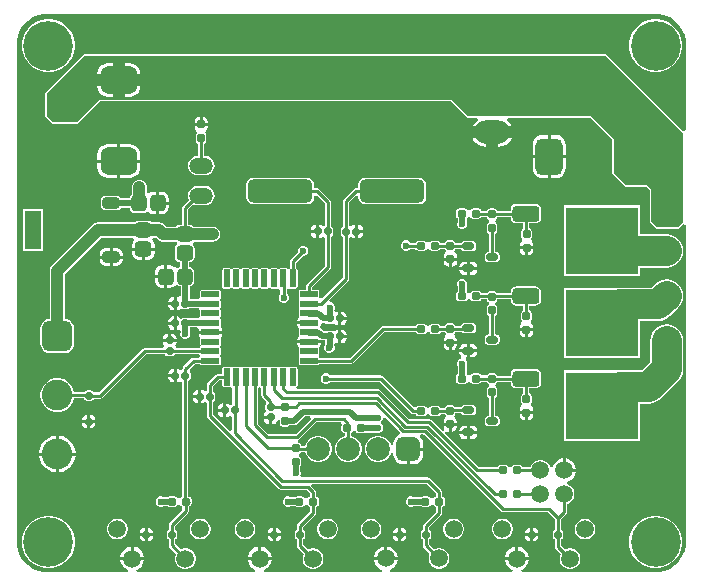
<source format=gbr>
%TF.GenerationSoftware,Altium Limited,Altium Designer,24.6.1 (21)*%
G04 Layer_Physical_Order=1*
G04 Layer_Color=255*
%FSLAX45Y45*%
%MOMM*%
%TF.SameCoordinates,C5CCA8AA-8E71-476F-B662-92032E94D40D*%
%TF.FilePolarity,Positive*%
%TF.FileFunction,Copper,L1,Top,Signal*%
%TF.Part,Single*%
G01*
G75*
%TA.AperFunction,SMDPad,CuDef*%
G04:AMPARAMS|DCode=10|XSize=0.6mm|YSize=0.6mm|CornerRadius=0.15mm|HoleSize=0mm|Usage=FLASHONLY|Rotation=180.000|XOffset=0mm|YOffset=0mm|HoleType=Round|Shape=RoundedRectangle|*
%AMROUNDEDRECTD10*
21,1,0.60000,0.30000,0,0,180.0*
21,1,0.30000,0.60000,0,0,180.0*
1,1,0.30000,-0.15000,0.15000*
1,1,0.30000,0.15000,0.15000*
1,1,0.30000,0.15000,-0.15000*
1,1,0.30000,-0.15000,-0.15000*
%
%ADD10ROUNDEDRECTD10*%
G04:AMPARAMS|DCode=11|XSize=2.29mm|YSize=3.12mm|CornerRadius=0.5725mm|HoleSize=0mm|Usage=FLASHONLY|Rotation=180.000|XOffset=0mm|YOffset=0mm|HoleType=Round|Shape=RoundedRectangle|*
%AMROUNDEDRECTD11*
21,1,2.29000,1.97500,0,0,180.0*
21,1,1.14500,3.12000,0,0,180.0*
1,1,1.14500,-0.57250,0.98750*
1,1,1.14500,0.57250,0.98750*
1,1,1.14500,0.57250,-0.98750*
1,1,1.14500,-0.57250,-0.98750*
%
%ADD11ROUNDEDRECTD11*%
G04:AMPARAMS|DCode=12|XSize=2.29mm|YSize=3.12mm|CornerRadius=0.5725mm|HoleSize=0mm|Usage=FLASHONLY|Rotation=90.000|XOffset=0mm|YOffset=0mm|HoleType=Round|Shape=RoundedRectangle|*
%AMROUNDEDRECTD12*
21,1,2.29000,1.97500,0,0,90.0*
21,1,1.14500,3.12000,0,0,90.0*
1,1,1.14500,0.98750,0.57250*
1,1,1.14500,0.98750,-0.57250*
1,1,1.14500,-0.98750,-0.57250*
1,1,1.14500,-0.98750,0.57250*
%
%ADD12ROUNDEDRECTD12*%
G04:AMPARAMS|DCode=13|XSize=0.6mm|YSize=0.75mm|CornerRadius=0.15mm|HoleSize=0mm|Usage=FLASHONLY|Rotation=0.000|XOffset=0mm|YOffset=0mm|HoleType=Round|Shape=RoundedRectangle|*
%AMROUNDEDRECTD13*
21,1,0.60000,0.45000,0,0,0.0*
21,1,0.30000,0.75000,0,0,0.0*
1,1,0.30000,0.15000,-0.22500*
1,1,0.30000,-0.15000,-0.22500*
1,1,0.30000,-0.15000,0.22500*
1,1,0.30000,0.15000,0.22500*
%
%ADD13ROUNDEDRECTD13*%
G04:AMPARAMS|DCode=14|XSize=0.6mm|YSize=0.6mm|CornerRadius=0.15mm|HoleSize=0mm|Usage=FLASHONLY|Rotation=270.000|XOffset=0mm|YOffset=0mm|HoleType=Round|Shape=RoundedRectangle|*
%AMROUNDEDRECTD14*
21,1,0.60000,0.30000,0,0,270.0*
21,1,0.30000,0.60000,0,0,270.0*
1,1,0.30000,-0.15000,-0.15000*
1,1,0.30000,-0.15000,0.15000*
1,1,0.30000,0.15000,0.15000*
1,1,0.30000,0.15000,-0.15000*
%
%ADD14ROUNDEDRECTD14*%
G04:AMPARAMS|DCode=15|XSize=0.6mm|YSize=0.75mm|CornerRadius=0.15mm|HoleSize=0mm|Usage=FLASHONLY|Rotation=270.000|XOffset=0mm|YOffset=0mm|HoleType=Round|Shape=RoundedRectangle|*
%AMROUNDEDRECTD15*
21,1,0.60000,0.45000,0,0,270.0*
21,1,0.30000,0.75000,0,0,270.0*
1,1,0.30000,-0.22500,-0.15000*
1,1,0.30000,-0.22500,0.15000*
1,1,0.30000,0.22500,0.15000*
1,1,0.30000,0.22500,-0.15000*
%
%ADD15ROUNDEDRECTD15*%
G04:AMPARAMS|DCode=16|XSize=0.64mm|YSize=0.6mm|CornerRadius=0.15mm|HoleSize=0mm|Usage=FLASHONLY|Rotation=270.000|XOffset=0mm|YOffset=0mm|HoleType=Round|Shape=RoundedRectangle|*
%AMROUNDEDRECTD16*
21,1,0.64000,0.30000,0,0,270.0*
21,1,0.34000,0.60000,0,0,270.0*
1,1,0.30000,-0.15000,-0.17000*
1,1,0.30000,-0.15000,0.17000*
1,1,0.30000,0.15000,0.17000*
1,1,0.30000,0.15000,-0.17000*
%
%ADD16ROUNDEDRECTD16*%
G04:AMPARAMS|DCode=17|XSize=0.64mm|YSize=0.6mm|CornerRadius=0.15mm|HoleSize=0mm|Usage=FLASHONLY|Rotation=180.000|XOffset=0mm|YOffset=0mm|HoleType=Round|Shape=RoundedRectangle|*
%AMROUNDEDRECTD17*
21,1,0.64000,0.30000,0,0,180.0*
21,1,0.34000,0.60000,0,0,180.0*
1,1,0.30000,-0.17000,0.15000*
1,1,0.30000,0.17000,0.15000*
1,1,0.30000,0.17000,-0.15000*
1,1,0.30000,-0.17000,-0.15000*
%
%ADD17ROUNDEDRECTD17*%
G04:AMPARAMS|DCode=18|XSize=1.4mm|YSize=1.3mm|CornerRadius=0.325mm|HoleSize=0mm|Usage=FLASHONLY|Rotation=90.000|XOffset=0mm|YOffset=0mm|HoleType=Round|Shape=RoundedRectangle|*
%AMROUNDEDRECTD18*
21,1,1.40000,0.65000,0,0,90.0*
21,1,0.75000,1.30000,0,0,90.0*
1,1,0.65000,0.32500,0.37500*
1,1,0.65000,0.32500,-0.37500*
1,1,0.65000,-0.32500,-0.37500*
1,1,0.65000,-0.32500,0.37500*
%
%ADD18ROUNDEDRECTD18*%
G04:AMPARAMS|DCode=19|XSize=1.4mm|YSize=1.3mm|CornerRadius=0.325mm|HoleSize=0mm|Usage=FLASHONLY|Rotation=180.000|XOffset=0mm|YOffset=0mm|HoleType=Round|Shape=RoundedRectangle|*
%AMROUNDEDRECTD19*
21,1,1.40000,0.65000,0,0,180.0*
21,1,0.75000,1.30000,0,0,180.0*
1,1,0.65000,-0.37500,0.32500*
1,1,0.65000,0.37500,0.32500*
1,1,0.65000,0.37500,-0.32500*
1,1,0.65000,-0.37500,-0.32500*
%
%ADD19ROUNDEDRECTD19*%
G04:AMPARAMS|DCode=20|XSize=2.286mm|YSize=1.397mm|CornerRadius=0.34925mm|HoleSize=0mm|Usage=FLASHONLY|Rotation=0.000|XOffset=0mm|YOffset=0mm|HoleType=Round|Shape=RoundedRectangle|*
%AMROUNDEDRECTD20*
21,1,2.28600,0.69850,0,0,0.0*
21,1,1.58750,1.39700,0,0,0.0*
1,1,0.69850,0.79375,-0.34925*
1,1,0.69850,-0.79375,-0.34925*
1,1,0.69850,-0.79375,0.34925*
1,1,0.69850,0.79375,0.34925*
%
%ADD20ROUNDEDRECTD20*%
%ADD21R,6.18000X5.69000*%
G04:AMPARAMS|DCode=22|XSize=1mm|YSize=0.6mm|CornerRadius=0.15mm|HoleSize=0mm|Usage=FLASHONLY|Rotation=0.000|XOffset=0mm|YOffset=0mm|HoleType=Round|Shape=RoundedRectangle|*
%AMROUNDEDRECTD22*
21,1,1.00000,0.30000,0,0,0.0*
21,1,0.70000,0.60000,0,0,0.0*
1,1,0.30000,0.35000,-0.15000*
1,1,0.30000,-0.35000,-0.15000*
1,1,0.30000,-0.35000,0.15000*
1,1,0.30000,0.35000,0.15000*
%
%ADD22ROUNDEDRECTD22*%
G04:AMPARAMS|DCode=23|XSize=0.55mm|YSize=1.47mm|CornerRadius=0.06875mm|HoleSize=0mm|Usage=FLASHONLY|Rotation=180.000|XOffset=0mm|YOffset=0mm|HoleType=Round|Shape=RoundedRectangle|*
%AMROUNDEDRECTD23*
21,1,0.55000,1.33250,0,0,180.0*
21,1,0.41250,1.47000,0,0,180.0*
1,1,0.13750,-0.20625,0.66625*
1,1,0.13750,0.20625,0.66625*
1,1,0.13750,0.20625,-0.66625*
1,1,0.13750,-0.20625,-0.66625*
%
%ADD23ROUNDEDRECTD23*%
G04:AMPARAMS|DCode=24|XSize=1.47mm|YSize=0.55mm|CornerRadius=0.06875mm|HoleSize=0mm|Usage=FLASHONLY|Rotation=180.000|XOffset=0mm|YOffset=0mm|HoleType=Round|Shape=RoundedRectangle|*
%AMROUNDEDRECTD24*
21,1,1.47000,0.41250,0,0,180.0*
21,1,1.33250,0.55000,0,0,180.0*
1,1,0.13750,-0.66625,0.20625*
1,1,0.13750,0.66625,0.20625*
1,1,0.13750,0.66625,-0.20625*
1,1,0.13750,-0.66625,-0.20625*
%
%ADD24ROUNDEDRECTD24*%
G04:AMPARAMS|DCode=25|XSize=1.45mm|YSize=0.95mm|CornerRadius=0.2375mm|HoleSize=0mm|Usage=FLASHONLY|Rotation=180.000|XOffset=0mm|YOffset=0mm|HoleType=Round|Shape=RoundedRectangle|*
%AMROUNDEDRECTD25*
21,1,1.45000,0.47500,0,0,180.0*
21,1,0.97500,0.95000,0,0,180.0*
1,1,0.47500,-0.48750,0.23750*
1,1,0.47500,0.48750,0.23750*
1,1,0.47500,0.48750,-0.23750*
1,1,0.47500,-0.48750,-0.23750*
%
%ADD25ROUNDEDRECTD25*%
%ADD26R,1.45000X3.25000*%
G04:AMPARAMS|DCode=27|XSize=5.5mm|YSize=2mm|CornerRadius=0.5mm|HoleSize=0mm|Usage=FLASHONLY|Rotation=0.000|XOffset=0mm|YOffset=0mm|HoleType=Round|Shape=RoundedRectangle|*
%AMROUNDEDRECTD27*
21,1,5.50000,1.00000,0,0,0.0*
21,1,4.50000,2.00000,0,0,0.0*
1,1,1.00000,2.25000,-0.50000*
1,1,1.00000,-2.25000,-0.50000*
1,1,1.00000,-2.25000,0.50000*
1,1,1.00000,2.25000,0.50000*
%
%ADD27ROUNDEDRECTD27*%
%TA.AperFunction,Conductor*%
%ADD28C,0.25400*%
%ADD29C,0.50800*%
%ADD30C,1.00000*%
%ADD31C,0.50000*%
%ADD32C,2.54000*%
%TA.AperFunction,ComponentPad*%
%ADD33C,1.50000*%
%ADD34C,2.00000*%
G04:AMPARAMS|DCode=35|XSize=2mm|YSize=2mm|CornerRadius=0.5mm|HoleSize=0mm|Usage=FLASHONLY|Rotation=180.000|XOffset=0mm|YOffset=0mm|HoleType=Round|Shape=RoundedRectangle|*
%AMROUNDEDRECTD35*
21,1,2.00000,1.00000,0,0,180.0*
21,1,1.00000,2.00000,0,0,180.0*
1,1,1.00000,-0.50000,0.50000*
1,1,1.00000,0.50000,0.50000*
1,1,1.00000,0.50000,-0.50000*
1,1,1.00000,-0.50000,-0.50000*
%
%ADD35ROUNDEDRECTD35*%
%ADD36O,2.00000X1.35800*%
%TA.AperFunction,ViaPad*%
%ADD37C,4.20000*%
%TA.AperFunction,ComponentPad*%
%ADD38O,3.00000X2.00000*%
%ADD39C,2.10000*%
%ADD40C,2.60000*%
G04:AMPARAMS|DCode=41|XSize=2.6mm|YSize=2.6mm|CornerRadius=0.65mm|HoleSize=0mm|Usage=FLASHONLY|Rotation=270.000|XOffset=0mm|YOffset=0mm|HoleType=Round|Shape=RoundedRectangle|*
%AMROUNDEDRECTD41*
21,1,2.60000,1.30000,0,0,270.0*
21,1,1.30000,2.60000,0,0,270.0*
1,1,1.30000,-0.65000,-0.65000*
1,1,1.30000,-0.65000,0.65000*
1,1,1.30000,0.65000,0.65000*
1,1,1.30000,0.65000,-0.65000*
%
%ADD41ROUNDEDRECTD41*%
G04:AMPARAMS|DCode=42|XSize=2.1mm|YSize=2.1mm|CornerRadius=0.525mm|HoleSize=0mm|Usage=FLASHONLY|Rotation=90.000|XOffset=0mm|YOffset=0mm|HoleType=Round|Shape=RoundedRectangle|*
%AMROUNDEDRECTD42*
21,1,2.10000,1.05000,0,0,90.0*
21,1,1.05000,2.10000,0,0,90.0*
1,1,1.05000,0.52500,0.52500*
1,1,1.05000,0.52500,-0.52500*
1,1,1.05000,-0.52500,-0.52500*
1,1,1.05000,-0.52500,0.52500*
%
%ADD42ROUNDEDRECTD42*%
%TA.AperFunction,ViaPad*%
%ADD43C,0.60000*%
%ADD44C,1.00000*%
G36*
X9359900Y13893800D02*
X9384917D01*
X9433989Y13884039D01*
X9480214Y13864891D01*
X9521815Y13837094D01*
X9557194Y13801715D01*
X9584991Y13760114D01*
X9604139Y13713889D01*
X9613900Y13664816D01*
Y13639799D01*
X9613900D01*
Y12910672D01*
X9613838Y12910631D01*
X9593900Y12904541D01*
X8950520Y13547920D01*
X8940800Y13551947D01*
X8940799Y13551945D01*
X4521199Y13551945D01*
X4511479Y13547920D01*
X4511479Y13547920D01*
X4282880Y13319321D01*
X4282879Y13319321D01*
X4193980Y13230420D01*
X4189953Y13220700D01*
X4189954Y13220699D01*
Y13030202D01*
X4189953Y13030200D01*
X4193979Y13020479D01*
X4193981Y13020479D01*
X4244780Y12969679D01*
X4254500Y12965652D01*
X4254501Y12965654D01*
X4457700D01*
X4467420Y12969679D01*
X4467421Y12969679D01*
X4653894Y13156154D01*
X7627006D01*
X7762680Y13020480D01*
X7772400Y13016454D01*
X7772401Y13016454D01*
X7845687D01*
X7852476Y12996454D01*
X7836164Y12983936D01*
X7816063Y12957741D01*
X7810579Y12944501D01*
X7975600D01*
X8140621D01*
X8135137Y12957741D01*
X8115036Y12983936D01*
X8098724Y12996454D01*
X8105513Y13016454D01*
X8808106D01*
X8990554Y12834006D01*
Y12547600D01*
X8994580Y12537880D01*
X8994580Y12537879D01*
X9096180Y12436280D01*
X9105900Y12432253D01*
X9105901Y12432254D01*
X9278006D01*
X9308054Y12402206D01*
Y12141201D01*
X9308053Y12141200D01*
X9312079Y12131479D01*
X9312081Y12131479D01*
X9362880Y12080680D01*
X9372600Y12076653D01*
X9372601Y12076654D01*
X9550399D01*
X9550400Y12076653D01*
X9560120Y12080680D01*
X9593900Y12114459D01*
X9613841Y12108367D01*
X9613900Y12108328D01*
X9613900Y9423400D01*
Y9398383D01*
X9604139Y9349311D01*
X9584991Y9303086D01*
X9557194Y9261484D01*
X9521815Y9226105D01*
X9480214Y9198308D01*
X9433989Y9179161D01*
X9384917Y9169400D01*
X9359900D01*
Y9169400D01*
X8223787D01*
X8221154Y9189400D01*
X8223924Y9190142D01*
X8246818Y9203360D01*
X8265511Y9222053D01*
X8278729Y9244947D01*
X8285571Y9270482D01*
Y9271000D01*
X8084771D01*
Y9270482D01*
X8091613Y9244947D01*
X8104831Y9222053D01*
X8123524Y9203360D01*
X8146418Y9190142D01*
X8149187Y9189400D01*
X8146554Y9169400D01*
X7110878D01*
X7108245Y9189400D01*
X7113253Y9190742D01*
X7136147Y9203960D01*
X7154840Y9222653D01*
X7168058Y9245547D01*
X7174900Y9271082D01*
Y9271600D01*
X6974100D01*
Y9271082D01*
X6980942Y9245547D01*
X6994160Y9222653D01*
X7012853Y9203960D01*
X7035747Y9190742D01*
X7040755Y9189400D01*
X7038122Y9169400D01*
X6045717Y9169400D01*
X6043084Y9189400D01*
X6045853Y9190142D01*
X6068747Y9203360D01*
X6087440Y9222053D01*
X6100658Y9244947D01*
X6107500Y9270482D01*
Y9271000D01*
X5906700D01*
Y9270482D01*
X5913542Y9244947D01*
X5926760Y9222053D01*
X5945453Y9203360D01*
X5968347Y9190142D01*
X5971116Y9189400D01*
X5968483Y9169400D01*
X4966217D01*
X4963584Y9189400D01*
X4966353Y9190142D01*
X4989247Y9203360D01*
X5007940Y9222053D01*
X5021158Y9244947D01*
X5028000Y9270482D01*
Y9271000D01*
X4827200D01*
Y9270482D01*
X4834042Y9244947D01*
X4847260Y9222053D01*
X4865953Y9203360D01*
X4888847Y9190142D01*
X4891616Y9189400D01*
X4888983Y9169400D01*
X4203700D01*
X4178683D01*
X4129611Y9179161D01*
X4083386Y9198308D01*
X4041784Y9226105D01*
X4006405Y9261484D01*
X3978608Y9303086D01*
X3959461Y9349311D01*
X3949700Y9398383D01*
Y9423400D01*
X3949700D01*
X3949699Y13639799D01*
Y13664816D01*
X3959460Y13713889D01*
X3978607Y13760114D01*
X4006405Y13801715D01*
X4041784Y13837096D01*
X4083386Y13864893D01*
X4129610Y13884039D01*
X4178683Y13893800D01*
X4203700Y13893799D01*
X4203700Y13893800D01*
X9359900Y13893800D01*
D02*
G37*
G36*
X9588500Y12890500D02*
Y12128500D01*
X9550400Y12090400D01*
X9372600D01*
X9321800Y12141200D01*
Y12407900D01*
X9283700Y12446000D01*
X9105900D01*
X9004300Y12547600D01*
Y12839700D01*
X8813800Y13030200D01*
X7772400D01*
X7632700Y13169901D01*
X4648200D01*
X4457700Y12979401D01*
X4254500D01*
X4203700Y13030200D01*
Y13220700D01*
X4292600Y13309599D01*
X4521199Y13538200D01*
X8940800Y13538200D01*
X9588500Y12890500D01*
D02*
G37*
%LPC*%
G36*
X9381834Y13849800D02*
X9337966D01*
X9294941Y13841241D01*
X9254412Y13824454D01*
X9217937Y13800082D01*
X9186918Y13769063D01*
X9162546Y13732588D01*
X9145758Y13692059D01*
X9137200Y13649034D01*
Y13605167D01*
X9145758Y13562141D01*
X9162546Y13521613D01*
X9186918Y13485136D01*
X9217937Y13454118D01*
X9254412Y13429745D01*
X9294941Y13412958D01*
X9337966Y13404401D01*
X9381834D01*
X9424859Y13412958D01*
X9465388Y13429745D01*
X9501863Y13454118D01*
X9532882Y13485136D01*
X9557254Y13521613D01*
X9574042Y13562141D01*
X9582600Y13605167D01*
Y13649034D01*
X9574042Y13692059D01*
X9557254Y13732588D01*
X9532882Y13769063D01*
X9501863Y13800082D01*
X9465388Y13824454D01*
X9424859Y13841241D01*
X9381834Y13849800D01*
D02*
G37*
G36*
X4238334D02*
X4194466D01*
X4151441Y13841241D01*
X4110912Y13824454D01*
X4074437Y13800082D01*
X4043418Y13769063D01*
X4019046Y13732588D01*
X4002258Y13692059D01*
X3993700Y13649034D01*
Y13605167D01*
X4002258Y13562141D01*
X4019046Y13521613D01*
X4043418Y13485136D01*
X4074437Y13454118D01*
X4110912Y13429745D01*
X4151441Y13412958D01*
X4194466Y13404401D01*
X4238334D01*
X4281359Y13412958D01*
X4321888Y13429745D01*
X4358363Y13454118D01*
X4389382Y13485136D01*
X4413754Y13521613D01*
X4430542Y13562141D01*
X4439100Y13605167D01*
Y13649034D01*
X4430542Y13692059D01*
X4413754Y13732588D01*
X4389382Y13769063D01*
X4358363Y13800082D01*
X4321888Y13824454D01*
X4281359Y13841241D01*
X4238334Y13849800D01*
D02*
G37*
G36*
X5526800Y13024393D02*
X5524500D01*
Y12973399D01*
X5567991D01*
Y12983200D01*
X5564856Y12998962D01*
X5555927Y13012328D01*
X5542563Y13021255D01*
X5526800Y13024393D01*
D02*
G37*
G36*
X5499100D02*
X5496800D01*
X5481037Y13021255D01*
X5467673Y13012328D01*
X5458744Y12998962D01*
X5455609Y12983200D01*
Y12973399D01*
X5499100D01*
Y13024393D01*
D02*
G37*
G36*
X8140621Y12844501D02*
X8025600D01*
Y12768018D01*
X8058336Y12772328D01*
X8088841Y12784963D01*
X8115036Y12805064D01*
X8135137Y12831259D01*
X8140621Y12844501D01*
D02*
G37*
G36*
X7925600D02*
X7810579D01*
X7816063Y12831259D01*
X7836164Y12805064D01*
X7862359Y12784963D01*
X7892864Y12772328D01*
X7925600Y12768018D01*
D01*
Y12844501D01*
D02*
G37*
G36*
X8515250Y12869414D02*
X8470700D01*
Y12700000D01*
X8598613D01*
Y12786050D01*
X8595772Y12807626D01*
X8587444Y12827731D01*
X8574196Y12844997D01*
X8556931Y12858244D01*
X8536826Y12866573D01*
X8515250Y12869414D01*
D02*
G37*
G36*
X8445300D02*
X8400750D01*
X8379174Y12866573D01*
X8359068Y12858244D01*
X8341803Y12844997D01*
X8328555Y12827731D01*
X8320227Y12807626D01*
X8317387Y12786050D01*
Y12700000D01*
X8445300D01*
Y12869414D01*
D02*
G37*
G36*
X4912050Y12789613D02*
X4826000D01*
Y12661700D01*
X4995413D01*
Y12706250D01*
X4992573Y12727826D01*
X4984245Y12747931D01*
X4970997Y12765196D01*
X4953732Y12778444D01*
X4933626Y12786772D01*
X4912050Y12789613D01*
D02*
G37*
G36*
X4800600D02*
X4714550D01*
X4692974Y12786772D01*
X4672868Y12778444D01*
X4655603Y12765196D01*
X4642355Y12747931D01*
X4634027Y12727826D01*
X4631187Y12706250D01*
Y12661700D01*
X4800600D01*
Y12789613D01*
D02*
G37*
G36*
X5567991Y12948000D02*
X5455609D01*
Y12938200D01*
X5458744Y12922437D01*
X5467673Y12909073D01*
X5469893Y12907590D01*
X5476312Y12889618D01*
X5473274Y12882849D01*
X5470707Y12879008D01*
X5468557Y12868201D01*
Y12823199D01*
X5470707Y12812392D01*
X5476829Y12803229D01*
X5485902Y12797167D01*
Y12692395D01*
X5479700D01*
X5458659Y12689625D01*
X5439052Y12681504D01*
X5422215Y12668585D01*
X5409296Y12651748D01*
X5401175Y12632141D01*
X5398404Y12611100D01*
X5401175Y12590059D01*
X5409296Y12570452D01*
X5422215Y12553615D01*
X5439052Y12540696D01*
X5458659Y12532575D01*
X5479700Y12529805D01*
X5543900D01*
X5564941Y12532575D01*
X5584548Y12540696D01*
X5601385Y12553615D01*
X5614304Y12570452D01*
X5622425Y12590059D01*
X5625196Y12611100D01*
X5622425Y12632141D01*
X5614304Y12651748D01*
X5601385Y12668585D01*
X5584548Y12681504D01*
X5564941Y12689625D01*
X5543900Y12692395D01*
X5537698D01*
Y12797167D01*
X5546771Y12803229D01*
X5552893Y12812392D01*
X5555043Y12823199D01*
Y12868201D01*
X5552893Y12879008D01*
X5550326Y12882849D01*
X5547288Y12889618D01*
X5553707Y12907590D01*
X5555927Y12909073D01*
X5564856Y12922437D01*
X5567991Y12938200D01*
Y12948000D01*
D02*
G37*
G36*
X4995413Y12636300D02*
X4826000D01*
Y12508387D01*
X4912050D01*
X4933626Y12511227D01*
X4953732Y12519555D01*
X4970997Y12532803D01*
X4984245Y12550068D01*
X4992573Y12570174D01*
X4995413Y12591750D01*
Y12636300D01*
D02*
G37*
G36*
X4800600D02*
X4631187D01*
Y12591750D01*
X4634027Y12570174D01*
X4642355Y12550068D01*
X4655603Y12532803D01*
X4672868Y12519555D01*
X4692974Y12511227D01*
X4714550Y12508387D01*
X4800600D01*
Y12636300D01*
D02*
G37*
G36*
X8598613Y12674600D02*
X8470700D01*
Y12505187D01*
X8515250D01*
X8536826Y12508027D01*
X8556931Y12516355D01*
X8574196Y12529603D01*
X8587444Y12546868D01*
X8595772Y12566974D01*
X8598613Y12588550D01*
Y12674600D01*
D02*
G37*
G36*
X8445300D02*
X8317387D01*
Y12588550D01*
X8320227Y12566974D01*
X8328555Y12546868D01*
X8341803Y12529603D01*
X8359068Y12516355D01*
X8379174Y12508027D01*
X8400750Y12505187D01*
X8445300D01*
Y12674600D01*
D02*
G37*
G36*
X4988463Y12489943D02*
X4982288Y12488714D01*
X4975992D01*
X4970175Y12486305D01*
X4963999Y12485076D01*
X4958763Y12481578D01*
X4952947Y12479169D01*
X4948495Y12474717D01*
X4943259Y12471218D01*
X4939761Y12465982D01*
X4935309Y12461531D01*
X4932900Y12455714D01*
X4929401Y12450479D01*
X4928173Y12444303D01*
X4925764Y12438486D01*
Y12432190D01*
X4924535Y12426014D01*
Y12367778D01*
X4918413Y12363687D01*
X4908423Y12348736D01*
X4905222Y12332646D01*
X4832234D01*
X4824629Y12344029D01*
X4812572Y12352085D01*
X4798350Y12354914D01*
X4700850D01*
X4686628Y12352085D01*
X4674571Y12344029D01*
X4666515Y12331972D01*
X4663686Y12317750D01*
Y12270250D01*
X4666515Y12256028D01*
X4674571Y12243971D01*
X4686628Y12235915D01*
X4700850Y12233086D01*
X4798350D01*
X4812572Y12235915D01*
X4824629Y12243971D01*
X4831967Y12254953D01*
X4905143D01*
X4908423Y12238464D01*
X4918413Y12223513D01*
X4933364Y12213523D01*
X4951000Y12210015D01*
X5016000D01*
X5033636Y12213523D01*
X5043283Y12219969D01*
X5048588Y12223513D01*
X5067890Y12216402D01*
X5069257Y12214357D01*
X5088408Y12201560D01*
X5111000Y12197066D01*
X5130800D01*
Y12293600D01*
Y12390134D01*
X5111000D01*
X5088408Y12385640D01*
X5072392Y12374938D01*
X5060410Y12378487D01*
X5052392Y12383603D01*
Y12426014D01*
X5051163Y12432190D01*
Y12438486D01*
X5048754Y12444303D01*
X5047526Y12450479D01*
X5044027Y12455714D01*
X5041618Y12461531D01*
X5037166Y12465982D01*
X5033668Y12471218D01*
X5028432Y12474717D01*
X5023980Y12479169D01*
X5018164Y12481578D01*
X5012928Y12485076D01*
X5006752Y12486305D01*
X5000935Y12488714D01*
X4994639D01*
X4988463Y12489943D01*
D02*
G37*
G36*
X5176000Y12390134D02*
X5156200D01*
Y12306300D01*
X5235034D01*
Y12331100D01*
X5230540Y12353692D01*
X5217743Y12372843D01*
X5198592Y12385640D01*
X5176000Y12390134D01*
D02*
G37*
G36*
X5543900Y12438395D02*
X5479700D01*
X5458659Y12435625D01*
X5439052Y12427504D01*
X5422215Y12414585D01*
X5409296Y12397748D01*
X5401175Y12378141D01*
X5398404Y12357100D01*
X5401175Y12336059D01*
X5407284Y12321309D01*
X5353788Y12267812D01*
X5348174Y12259411D01*
X5346202Y12249500D01*
Y12109285D01*
X5334600D01*
X5316964Y12105777D01*
X5302013Y12095787D01*
X5301238Y12094628D01*
X5216980D01*
X5201404Y12110204D01*
X5180664Y12124062D01*
X5156200Y12128928D01*
X5092648D01*
X5092569Y12129047D01*
X5077618Y12139037D01*
X5059982Y12142545D01*
X4984982D01*
X4967346Y12139037D01*
X4952395Y12129047D01*
X4952316Y12128928D01*
X4635500D01*
X4611035Y12124062D01*
X4590296Y12110204D01*
X4247396Y11767304D01*
X4233538Y11746564D01*
X4228672Y11722100D01*
Y11311371D01*
X4227600D01*
X4207316Y11308700D01*
X4188415Y11300871D01*
X4172184Y11288416D01*
X4159729Y11272185D01*
X4151900Y11253284D01*
X4149229Y11233000D01*
Y11103000D01*
X4151900Y11082716D01*
X4159729Y11063815D01*
X4172184Y11047584D01*
X4188415Y11035129D01*
X4207316Y11027300D01*
X4227600Y11024629D01*
X4357600D01*
X4377884Y11027300D01*
X4396785Y11035129D01*
X4413016Y11047584D01*
X4425471Y11063815D01*
X4433300Y11082716D01*
X4435971Y11103000D01*
Y11233000D01*
X4433300Y11253284D01*
X4425471Y11272185D01*
X4413016Y11288416D01*
X4396785Y11300871D01*
X4377884Y11308700D01*
X4357600Y11311371D01*
X4356528D01*
Y11695620D01*
X4661980Y12001072D01*
X4937755D01*
X4946625Y11983209D01*
X4945284Y11979570D01*
X4943239Y11978203D01*
X4930442Y11959051D01*
X4925948Y11936459D01*
Y11916660D01*
X5022482D01*
X5119016D01*
Y11936459D01*
X5114523Y11959051D01*
X5101726Y11978203D01*
X5099680Y11979570D01*
X5098340Y11983209D01*
X5107209Y12001072D01*
X5129720D01*
X5145296Y11985496D01*
X5166036Y11971638D01*
X5190500Y11966772D01*
X5301238D01*
X5302013Y11965613D01*
X5306591Y11962554D01*
Y11938846D01*
X5302013Y11935787D01*
X5292023Y11920836D01*
X5288515Y11903200D01*
Y11838200D01*
X5292023Y11820564D01*
X5302013Y11805613D01*
X5316964Y11795623D01*
X5333661Y11792301D01*
Y11753704D01*
X5321964Y11751377D01*
X5312317Y11744931D01*
X5307012Y11741387D01*
X5287710Y11748498D01*
X5286344Y11750543D01*
X5267192Y11763340D01*
X5244600Y11767834D01*
X5224800D01*
Y11671300D01*
Y11574766D01*
X5244600D01*
X5267192Y11579260D01*
X5286344Y11592057D01*
X5287710Y11594102D01*
X5307012Y11601213D01*
X5312317Y11597669D01*
X5321964Y11591223D01*
X5336628Y11588306D01*
Y11510768D01*
X5330728Y11505746D01*
X5316628Y11498122D01*
X5305033Y11500428D01*
X5302733D01*
Y11442237D01*
Y11384045D01*
X5305033D01*
X5320796Y11387181D01*
X5334159Y11396110D01*
X5336150Y11399089D01*
X5343062Y11405266D01*
X5352225Y11399144D01*
X5363033Y11396994D01*
X5393033D01*
X5403841Y11399144D01*
X5408759Y11402430D01*
X5490782D01*
X5495190Y11397895D01*
X5503975Y11382430D01*
X5503517Y11380125D01*
Y11338875D01*
X5503938Y11336757D01*
X5494981Y11321111D01*
X5490658Y11316757D01*
X5409038D01*
X5403841Y11320230D01*
X5393033Y11322379D01*
X5363033D01*
X5352225Y11320230D01*
X5343062Y11314107D01*
X5336150Y11320284D01*
X5334159Y11323263D01*
X5320796Y11332192D01*
X5305033Y11335328D01*
X5302733D01*
Y11277137D01*
Y11218945D01*
X5305033D01*
X5319463Y11221816D01*
X5321313Y11221760D01*
X5339463Y11210500D01*
Y11205436D01*
X5335070Y11194831D01*
Y11177844D01*
X5341571Y11162150D01*
X5353582Y11150139D01*
X5369276Y11143638D01*
X5386263D01*
X5401957Y11150139D01*
X5413969Y11162150D01*
X5420470Y11177844D01*
Y11194831D01*
X5416340Y11204801D01*
Y11239880D01*
X5475635D01*
X5490568Y11220125D01*
Y11212200D01*
X5590100D01*
X5689632D01*
Y11220125D01*
X5687127Y11232718D01*
X5679994Y11243394D01*
X5676224Y11245913D01*
X5675164Y11251238D01*
X5676684Y11258875D01*
Y11300125D01*
X5675164Y11307762D01*
X5670838Y11314237D01*
Y11324763D01*
X5675164Y11331237D01*
X5676684Y11338875D01*
Y11380125D01*
X5675164Y11387763D01*
X5670838Y11394238D01*
Y11404763D01*
X5675164Y11411238D01*
X5676684Y11418875D01*
Y11460125D01*
X5675164Y11467763D01*
X5670838Y11474238D01*
Y11484763D01*
X5675164Y11491237D01*
X5676684Y11498875D01*
Y11540125D01*
X5675164Y11547763D01*
X5670838Y11554237D01*
X5664363Y11558564D01*
X5656725Y11560083D01*
X5523475D01*
X5515837Y11558564D01*
X5509362Y11554237D01*
X5505036Y11547763D01*
X5503517Y11540125D01*
Y11498875D01*
X5492493Y11481933D01*
X5488953Y11479307D01*
X5413505D01*
Y11589486D01*
X5422236Y11591223D01*
X5437187Y11601213D01*
X5447177Y11616164D01*
X5450685Y11633800D01*
Y11708800D01*
X5447177Y11726436D01*
X5437187Y11741387D01*
X5422236Y11751377D01*
X5410539Y11753704D01*
Y11792301D01*
X5427236Y11795623D01*
X5442187Y11805613D01*
X5452177Y11820564D01*
X5455685Y11838200D01*
Y11903200D01*
X5452177Y11920836D01*
X5442187Y11935787D01*
X5445023Y11956211D01*
X5455862Y11966772D01*
X5608347D01*
X5617429Y11968578D01*
X5621397D01*
X5625063Y11970096D01*
X5632812Y11971638D01*
X5639381Y11976027D01*
X5644442Y11978124D01*
X5648316Y11981997D01*
X5653552Y11985496D01*
X5654130Y11986074D01*
X5657628Y11991310D01*
X5662080Y11995761D01*
X5664489Y12001578D01*
X5667988Y12006814D01*
X5669216Y12012989D01*
X5671625Y12018806D01*
Y12025102D01*
X5672854Y12031278D01*
X5671625Y12037453D01*
Y12043750D01*
X5669216Y12049566D01*
X5667988Y12055742D01*
X5664489Y12060978D01*
X5662080Y12066795D01*
X5657628Y12071246D01*
X5654130Y12076482D01*
X5648894Y12079981D01*
X5644442Y12084432D01*
X5638626Y12086841D01*
X5633390Y12090340D01*
X5627214Y12091568D01*
X5621397Y12093978D01*
X5615101D01*
X5608926Y12095206D01*
X5606019Y12094628D01*
X5442962D01*
X5442187Y12095787D01*
X5427236Y12105777D01*
X5409600Y12109285D01*
X5397998D01*
Y12238773D01*
X5443909Y12284684D01*
X5458659Y12278575D01*
X5479700Y12275805D01*
X5543900D01*
X5564941Y12278575D01*
X5584548Y12286696D01*
X5601385Y12299615D01*
X5614304Y12316452D01*
X5622425Y12336059D01*
X5625196Y12357100D01*
X5622425Y12378141D01*
X5614304Y12397748D01*
X5601385Y12414585D01*
X5584548Y12427504D01*
X5564941Y12435625D01*
X5543900Y12438395D01*
D02*
G37*
G36*
X8339886Y12288183D02*
X8181136D01*
X8162554Y12284487D01*
X8146801Y12273961D01*
X8136275Y12258207D01*
X8132578Y12239625D01*
Y12227598D01*
X8017570D01*
X8016693Y12232008D01*
X8010571Y12241171D01*
X8001408Y12247293D01*
X7990600Y12249443D01*
X7960600D01*
X7949792Y12247293D01*
X7940629Y12241171D01*
X7934507Y12232008D01*
X7933630Y12227598D01*
X7885072D01*
X7884493Y12230508D01*
X7878371Y12239671D01*
X7869208Y12245793D01*
X7858400Y12247943D01*
X7813400D01*
X7802592Y12245793D01*
X7793429Y12239671D01*
X7789294Y12233481D01*
X7778400Y12231845D01*
X7767506Y12233481D01*
X7763371Y12239671D01*
X7754208Y12245793D01*
X7743400Y12247943D01*
X7698400D01*
X7687592Y12245793D01*
X7678429Y12239671D01*
X7672307Y12230508D01*
X7670157Y12219700D01*
Y12189700D01*
X7672307Y12178892D01*
X7678429Y12169729D01*
X7682811Y12166801D01*
Y12133736D01*
X7678900Y12124294D01*
Y12107306D01*
X7685401Y12091613D01*
X7697413Y12079601D01*
X7713106Y12073100D01*
X7730094D01*
X7745787Y12079601D01*
X7757799Y12091613D01*
X7764300Y12107306D01*
Y12124294D01*
X7759689Y12135426D01*
Y12167269D01*
X7763371Y12169729D01*
X7767506Y12175919D01*
X7778400Y12177555D01*
X7789294Y12175919D01*
X7793429Y12169729D01*
X7802592Y12163607D01*
X7813400Y12161457D01*
X7858400D01*
X7869208Y12163607D01*
X7878371Y12169729D01*
X7882429Y12175802D01*
X7932436D01*
X7934507Y12165392D01*
X7940629Y12156229D01*
X7946819Y12152094D01*
X7948455Y12141200D01*
X7946819Y12130306D01*
X7940629Y12126171D01*
X7934507Y12117008D01*
X7932357Y12106200D01*
Y12061200D01*
X7934507Y12050392D01*
X7940629Y12041229D01*
X7948902Y12035702D01*
Y11879643D01*
X7939000D01*
X7928192Y11877493D01*
X7919029Y11871371D01*
X7912907Y11862208D01*
X7910757Y11851400D01*
Y11821400D01*
X7912907Y11810592D01*
X7919029Y11801429D01*
X7928192Y11795307D01*
X7939000Y11793157D01*
X8009000D01*
X8019808Y11795307D01*
X8028971Y11801429D01*
X8035093Y11810592D01*
X8037243Y11821400D01*
Y11851400D01*
X8035093Y11862208D01*
X8028971Y11871371D01*
X8019808Y11877493D01*
X8009000Y11879643D01*
X8000697D01*
Y12034966D01*
X8001408Y12035107D01*
X8010571Y12041229D01*
X8016693Y12050392D01*
X8018843Y12061200D01*
Y12106200D01*
X8016693Y12117008D01*
X8010571Y12126171D01*
X8004381Y12130306D01*
X8002745Y12141200D01*
X8004381Y12152094D01*
X8010571Y12156229D01*
X8016693Y12165392D01*
X8018764Y12175802D01*
X8132578D01*
Y12169775D01*
X8136275Y12151193D01*
X8146801Y12135439D01*
X8162554Y12124913D01*
X8181136Y12121217D01*
X8239126D01*
Y12078530D01*
X8231411Y12073375D01*
X8225288Y12064213D01*
X8223138Y12053405D01*
Y12008404D01*
X8225288Y11997597D01*
X8227855Y11993756D01*
X8230893Y11986986D01*
X8224474Y11969014D01*
X8222255Y11967531D01*
X8213325Y11954168D01*
X8210190Y11938405D01*
Y11928604D01*
X8266381D01*
X8322573D01*
Y11938405D01*
X8319437Y11954168D01*
X8310508Y11967531D01*
X8308288Y11969014D01*
X8301869Y11986986D01*
X8304908Y11993756D01*
X8307474Y11997597D01*
X8309624Y12008404D01*
Y12053405D01*
X8307474Y12064213D01*
X8301352Y12073375D01*
X8292189Y12079498D01*
X8290921Y12079750D01*
Y12121217D01*
X8339886D01*
X8358469Y12124913D01*
X8374222Y12135439D01*
X8384748Y12151193D01*
X8388444Y12169775D01*
Y12239625D01*
X8384748Y12258207D01*
X8374222Y12273961D01*
X8358469Y12284487D01*
X8339886Y12288183D01*
D02*
G37*
G36*
X5235034Y12280900D02*
X5156200D01*
Y12197066D01*
X5176000D01*
X5198592Y12201560D01*
X5217743Y12214357D01*
X5230540Y12233508D01*
X5235034Y12256100D01*
Y12280900D01*
D02*
G37*
G36*
X6483768Y12110955D02*
X6481467D01*
X6465704Y12107819D01*
X6452341Y12098890D01*
X6443412Y12085527D01*
X6440276Y12069763D01*
Y12065464D01*
X6483768D01*
Y12110955D01*
D02*
G37*
G36*
X6840833Y12110028D02*
X6838532D01*
Y12064537D01*
X6882024D01*
Y12068837D01*
X6878888Y12084600D01*
X6869959Y12097963D01*
X6856596Y12106892D01*
X6840833Y12110028D01*
D02*
G37*
G36*
X6483768Y12040064D02*
X6440276D01*
Y12035763D01*
X6443412Y12020000D01*
X6452341Y12006637D01*
X6465704Y11997708D01*
X6481467Y11994572D01*
X6483768D01*
Y12040064D01*
D02*
G37*
G36*
X6882024Y12039137D02*
X6838532D01*
Y11993645D01*
X6840833D01*
X6856596Y11996781D01*
X6869959Y12005710D01*
X6878888Y12019073D01*
X6882024Y12034837D01*
Y12039137D01*
D02*
G37*
G36*
X7635600Y11982743D02*
X7605600D01*
X7594792Y11980593D01*
X7585629Y11974471D01*
X7579507Y11965308D01*
X7578062Y11958042D01*
X7537929D01*
X7537799Y11958696D01*
X7531677Y11967859D01*
X7522514Y11973981D01*
X7511706Y11976131D01*
X7466706D01*
X7455898Y11973981D01*
X7446735Y11967859D01*
X7442599Y11961669D01*
X7431706Y11960034D01*
X7420812Y11961669D01*
X7416677Y11967859D01*
X7407514Y11973981D01*
X7396706Y11976131D01*
X7351706D01*
X7340898Y11973981D01*
X7331735Y11967859D01*
X7326062Y11959369D01*
X7279578D01*
X7268694Y11970253D01*
X7253000Y11976754D01*
X7236013D01*
X7220319Y11970253D01*
X7208307Y11958241D01*
X7201806Y11942547D01*
Y11925560D01*
X7208307Y11909866D01*
X7220319Y11897855D01*
X7236013Y11891354D01*
X7253000D01*
X7268694Y11897855D01*
X7278412Y11907574D01*
X7325515D01*
X7325613Y11907081D01*
X7331735Y11897918D01*
X7340898Y11891796D01*
X7351706Y11889646D01*
X7396706D01*
X7407514Y11891796D01*
X7416677Y11897918D01*
X7420812Y11904108D01*
X7431706Y11905743D01*
X7442599Y11904108D01*
X7446735Y11897918D01*
X7455898Y11891796D01*
X7466706Y11889646D01*
X7511706D01*
X7522514Y11891796D01*
X7531677Y11897918D01*
X7537241Y11906247D01*
X7578004D01*
X7579507Y11898692D01*
X7582073Y11894851D01*
X7585112Y11888082D01*
X7578693Y11870110D01*
X7576473Y11868627D01*
X7567544Y11855263D01*
X7564409Y11839500D01*
Y11829701D01*
X7620600D01*
X7676791D01*
Y11839500D01*
X7673656Y11855263D01*
X7664727Y11868627D01*
X7662507Y11870110D01*
X7656088Y11888082D01*
X7659126Y11894851D01*
X7661693Y11898692D01*
X7663195Y11906247D01*
X7712777D01*
X7712907Y11905592D01*
X7719029Y11896429D01*
X7728192Y11890307D01*
X7739000Y11888157D01*
X7809000D01*
X7819808Y11890307D01*
X7828971Y11896429D01*
X7835093Y11905592D01*
X7837243Y11916400D01*
Y11946400D01*
X7835093Y11957208D01*
X7828971Y11966371D01*
X7819808Y11972493D01*
X7809000Y11974643D01*
X7739000D01*
X7728192Y11972493D01*
X7719029Y11966371D01*
X7713464Y11958042D01*
X7663138D01*
X7661693Y11965308D01*
X7655571Y11974471D01*
X7646408Y11980593D01*
X7635600Y11982743D01*
D02*
G37*
G36*
X4174800Y12240200D02*
X4004400D01*
Y11889800D01*
X4174800D01*
Y12240200D01*
D02*
G37*
G36*
X8322573Y11903204D02*
X8279081D01*
Y11852213D01*
X8281381D01*
X8297144Y11855349D01*
X8310508Y11864278D01*
X8319437Y11877641D01*
X8322573Y11893404D01*
Y11903204D01*
D02*
G37*
G36*
X8253681D02*
X8210190D01*
Y11893404D01*
X8213325Y11877641D01*
X8222255Y11864278D01*
X8235618Y11855349D01*
X8251381Y11852213D01*
X8253681D01*
Y11903204D01*
D02*
G37*
G36*
X4798350Y11909863D02*
X4762300D01*
Y11848699D01*
X4848463D01*
Y11859750D01*
X4844648Y11878927D01*
X4833785Y11895185D01*
X4817528Y11906048D01*
X4798350Y11909863D01*
D02*
G37*
G36*
X4736900D02*
X4700850D01*
X4681673Y11906048D01*
X4665415Y11895185D01*
X4654552Y11878927D01*
X4650737Y11859750D01*
Y11848699D01*
X4736900D01*
Y11909863D01*
D02*
G37*
G36*
X5119016Y11891260D02*
X5035182D01*
Y11812425D01*
X5059982D01*
X5082574Y11816919D01*
X5101726Y11829716D01*
X5114523Y11848868D01*
X5119016Y11871459D01*
Y11891260D01*
D02*
G37*
G36*
X5009782D02*
X4925948D01*
Y11871459D01*
X4930442Y11848868D01*
X4943239Y11829716D01*
X4962391Y11816919D01*
X4984982Y11812425D01*
X5009782D01*
Y11891260D01*
D02*
G37*
G36*
X4848463Y11823299D02*
X4762300D01*
Y11762137D01*
X4798350D01*
X4817528Y11765952D01*
X4833785Y11776815D01*
X4844648Y11793072D01*
X4848463Y11812250D01*
Y11823299D01*
D02*
G37*
G36*
X4736900D02*
X4650737D01*
Y11812250D01*
X4654552Y11793072D01*
X4665415Y11776815D01*
X4681673Y11765952D01*
X4700850Y11762137D01*
X4736900D01*
Y11823299D01*
D02*
G37*
G36*
X7809000Y11797591D02*
X7786700D01*
Y11754100D01*
X7850191D01*
Y11756400D01*
X7847056Y11772163D01*
X7838127Y11785527D01*
X7824763Y11794456D01*
X7809000Y11797591D01*
D02*
G37*
G36*
X7761300D02*
X7739000D01*
X7723237Y11794456D01*
X7709873Y11785527D01*
X7700944Y11772163D01*
X7697809Y11756400D01*
Y11754100D01*
X7761300D01*
Y11797591D01*
D02*
G37*
G36*
X7676791Y11804301D02*
X7633300D01*
Y11753308D01*
X7635600D01*
X7651363Y11756444D01*
X7664727Y11765373D01*
X7673656Y11778737D01*
X7676791Y11794500D01*
Y11804301D01*
D02*
G37*
G36*
X7607900D02*
X7564409D01*
Y11794500D01*
X7567544Y11778737D01*
X7576473Y11765373D01*
X7589837Y11756444D01*
X7605600Y11753308D01*
X7607900D01*
Y11804301D01*
D02*
G37*
G36*
X6383894Y11929900D02*
X6366906D01*
X6351213Y11923399D01*
X6339201Y11911387D01*
X6332700Y11895694D01*
Y11881125D01*
X6268788Y11817212D01*
X6263174Y11808811D01*
X6261202Y11798900D01*
Y11744256D01*
X6252212Y11737238D01*
X6241837D01*
X6235363Y11741564D01*
X6227725Y11743083D01*
X6186475D01*
X6178838Y11741564D01*
X6172363Y11737238D01*
X6161837D01*
X6155363Y11741564D01*
X6147725Y11743083D01*
X6106475D01*
X6098837Y11741564D01*
X6092362Y11737238D01*
X6081837D01*
X6075362Y11741564D01*
X6067725Y11743083D01*
X6026475D01*
X6018837Y11741564D01*
X6012362Y11737238D01*
X6001837D01*
X5995363Y11741564D01*
X5987725Y11743083D01*
X5946475D01*
X5938838Y11741564D01*
X5932363Y11737238D01*
X5921837D01*
X5915363Y11741564D01*
X5907725Y11743083D01*
X5866475D01*
X5858837Y11741564D01*
X5852362Y11737238D01*
X5841837D01*
X5835362Y11741564D01*
X5827725Y11743083D01*
X5786475D01*
X5778837Y11741564D01*
X5772362Y11737238D01*
X5761837D01*
X5755363Y11741564D01*
X5747725Y11743083D01*
X5706475D01*
X5698837Y11741564D01*
X5692363Y11737238D01*
X5688036Y11730763D01*
X5686517Y11723125D01*
Y11589875D01*
X5688036Y11582237D01*
X5692363Y11575762D01*
X5698837Y11571436D01*
X5706475Y11569916D01*
X5747725D01*
X5755363Y11571436D01*
X5761838Y11575762D01*
X5772363D01*
X5778837Y11571436D01*
X5786475Y11569916D01*
X5827725D01*
X5835362Y11571436D01*
X5841837Y11575762D01*
X5852363D01*
X5858837Y11571436D01*
X5866475Y11569916D01*
X5907725D01*
X5915363Y11571436D01*
X5921838Y11575762D01*
X5932363D01*
X5938838Y11571436D01*
X5946475Y11569916D01*
X5987725D01*
X5995363Y11571436D01*
X6001838Y11575762D01*
X6012363D01*
X6018837Y11571436D01*
X6026475Y11569916D01*
X6067725D01*
X6075362Y11571436D01*
X6081837Y11575762D01*
X6092363D01*
X6098837Y11571436D01*
X6106475Y11569916D01*
X6147725D01*
X6155363Y11571436D01*
X6161838Y11575762D01*
X6164921D01*
X6182802Y11560086D01*
Y11526389D01*
X6174101Y11517687D01*
X6167600Y11501994D01*
Y11485006D01*
X6174101Y11469313D01*
X6186113Y11457301D01*
X6201806Y11450800D01*
X6218794D01*
X6234487Y11457301D01*
X6246499Y11469313D01*
X6253000Y11485006D01*
Y11501994D01*
X6246499Y11517687D01*
X6234598Y11529589D01*
Y11566350D01*
X6249472Y11574230D01*
X6252888Y11575411D01*
X6258837Y11571436D01*
X6266475Y11569916D01*
X6307725D01*
X6315363Y11571436D01*
X6321837Y11575762D01*
X6326164Y11582237D01*
X6327683Y11589875D01*
Y11723125D01*
X6326164Y11730763D01*
X6321837Y11737238D01*
X6315363Y11741564D01*
X6312998Y11742035D01*
Y11788173D01*
X6369325Y11844500D01*
X6383894D01*
X6399587Y11851001D01*
X6411599Y11863013D01*
X6418100Y11878706D01*
Y11895694D01*
X6411599Y11911387D01*
X6399587Y11923399D01*
X6383894Y11929900D01*
D02*
G37*
G36*
X7850191Y11728700D02*
X7786700D01*
Y11685209D01*
X7809000D01*
X7824763Y11688344D01*
X7838127Y11697273D01*
X7847056Y11710637D01*
X7850191Y11726400D01*
Y11728700D01*
D02*
G37*
G36*
X7761300D02*
X7697809D01*
Y11726400D01*
X7700944Y11710637D01*
X7709873Y11697273D01*
X7723237Y11688344D01*
X7739000Y11685209D01*
X7761300D01*
Y11728700D01*
D02*
G37*
G36*
X5199400Y11767834D02*
X5179600D01*
X5157008Y11763340D01*
X5137857Y11750543D01*
X5125060Y11731392D01*
X5120566Y11708800D01*
Y11684000D01*
X5199400D01*
Y11767834D01*
D02*
G37*
G36*
X9225711Y12273300D02*
X8582312D01*
Y11678900D01*
X9225711D01*
Y11746301D01*
X9451702D01*
X9488171Y11751102D01*
X9522154Y11765178D01*
X9551337Y11787571D01*
X9573729Y11816753D01*
X9587806Y11850737D01*
X9592607Y11887206D01*
X9587806Y11923675D01*
X9573729Y11957659D01*
X9551337Y11986841D01*
X9522154Y12009234D01*
X9488171Y12023310D01*
X9451702Y12028112D01*
X9225711D01*
Y12273300D01*
D02*
G37*
G36*
X5199400Y11658600D02*
X5120566D01*
Y11633800D01*
X5125060Y11611208D01*
X5137857Y11592057D01*
X5157008Y11579260D01*
X5179600Y11574766D01*
X5199400D01*
Y11658600D01*
D02*
G37*
G36*
X7354800Y12509128D02*
X6904800D01*
X6880336Y12504262D01*
X6859596Y12490404D01*
X6845738Y12469664D01*
X6840872Y12445200D01*
Y12421098D01*
X6819900D01*
X6809989Y12419126D01*
X6801588Y12413512D01*
X6719520Y12331445D01*
X6713906Y12323043D01*
X6711935Y12313133D01*
Y12094870D01*
X6702862Y12088807D01*
X6696740Y12079645D01*
X6694590Y12068837D01*
Y12034837D01*
X6696740Y12024029D01*
X6702862Y12014866D01*
X6711935Y12008804D01*
Y11663460D01*
X6535951Y11487476D01*
X6512130Y11491940D01*
X6509971Y11495292D01*
X6510683Y11498875D01*
Y11540125D01*
X6509164Y11547763D01*
X6504838Y11554237D01*
X6498363Y11558564D01*
X6490725Y11560083D01*
X6449998D01*
Y11582273D01*
X6602780Y11735055D01*
X6608394Y11743457D01*
X6610365Y11753367D01*
Y12009730D01*
X6619438Y12015793D01*
X6625560Y12024955D01*
X6627710Y12035763D01*
Y12069763D01*
X6625560Y12080571D01*
X6619438Y12089734D01*
X6610365Y12095796D01*
Y12300433D01*
X6608394Y12310343D01*
X6602780Y12318745D01*
X6508012Y12413512D01*
X6499611Y12419126D01*
X6489700Y12421098D01*
X6468728D01*
Y12445200D01*
X6463862Y12469664D01*
X6450004Y12490404D01*
X6429264Y12504262D01*
X6404800Y12509128D01*
X5954800D01*
X5930336Y12504262D01*
X5909596Y12490404D01*
X5895738Y12469664D01*
X5890872Y12445200D01*
Y12345200D01*
X5895738Y12320736D01*
X5909596Y12299996D01*
X5930336Y12286138D01*
X5954800Y12281272D01*
X6404800D01*
X6429264Y12286138D01*
X6450004Y12299996D01*
X6463862Y12320736D01*
X6468728Y12345200D01*
Y12351263D01*
X6488728Y12359547D01*
X6558570Y12289705D01*
Y12107986D01*
X6547859Y12102567D01*
X6538570Y12100243D01*
X6527231Y12107819D01*
X6511467Y12110955D01*
X6509168D01*
Y12052764D01*
Y11994572D01*
X6511467D01*
X6527231Y11997708D01*
X6538570Y12005284D01*
X6547859Y12002960D01*
X6558570Y11997540D01*
Y11764095D01*
X6405788Y11611312D01*
X6400174Y11602911D01*
X6398202Y11593000D01*
Y11560083D01*
X6357475D01*
X6349837Y11558564D01*
X6343362Y11554237D01*
X6339036Y11547763D01*
X6337516Y11540125D01*
Y11498875D01*
X6339036Y11491237D01*
X6343362Y11484762D01*
Y11474237D01*
X6339036Y11467763D01*
X6337516Y11460125D01*
Y11418875D01*
X6339036Y11411238D01*
X6343362Y11404763D01*
Y11394237D01*
X6339036Y11387763D01*
X6337516Y11380125D01*
Y11338875D01*
X6339036Y11331238D01*
X6337976Y11325913D01*
X6334206Y11323394D01*
X6327073Y11312718D01*
X6324568Y11300125D01*
Y11292200D01*
X6424100D01*
Y11266800D01*
X6324568D01*
Y11258875D01*
X6327073Y11246282D01*
X6334206Y11235606D01*
X6337976Y11233087D01*
X6339036Y11227762D01*
X6337516Y11220125D01*
Y11178875D01*
X6339036Y11171238D01*
X6337976Y11165913D01*
X6334206Y11163394D01*
X6327073Y11152718D01*
X6324568Y11140125D01*
Y11132200D01*
X6424100D01*
X6532885D01*
X6533037Y11132325D01*
X6559400D01*
X6559619Y11131997D01*
Y11090297D01*
X6554850Y11078784D01*
Y11061797D01*
X6561351Y11046103D01*
X6573362Y11034091D01*
X6589056Y11027590D01*
X6606043D01*
X6621737Y11034091D01*
X6633749Y11046103D01*
X6640250Y11061797D01*
Y11078784D01*
X6636496Y11087844D01*
Y11097221D01*
X6654926Y11108477D01*
X6656496Y11108470D01*
X6671067Y11105572D01*
X6673367D01*
Y11163763D01*
Y11221955D01*
X6671067D01*
X6655304Y11218819D01*
X6641941Y11209890D01*
X6639950Y11206911D01*
X6633038Y11200734D01*
X6623875Y11206856D01*
X6613067Y11209006D01*
X6594054D01*
X6593067Y11209202D01*
X6593066Y11209202D01*
X6548958D01*
X6533980Y11224180D01*
X6531514Y11225828D01*
X6521127Y11246282D01*
X6523632Y11258875D01*
Y11270369D01*
X6524748Y11272275D01*
X6540854Y11283250D01*
X6562454Y11280155D01*
X6563097Y11279193D01*
X6572259Y11273070D01*
X6583067Y11270921D01*
X6613067D01*
X6623875Y11273070D01*
X6633038Y11279193D01*
X6639950Y11273016D01*
X6641941Y11270037D01*
X6655304Y11261108D01*
X6671067Y11257972D01*
X6673367D01*
Y11316163D01*
Y11374355D01*
X6671067D01*
X6657004Y11371557D01*
X6654280Y11371881D01*
X6637005Y11383046D01*
Y11389140D01*
X6641774Y11400654D01*
Y11417641D01*
X6635273Y11433335D01*
X6623261Y11445347D01*
X6607567Y11451848D01*
X6601857D01*
X6593572Y11471848D01*
X6756145Y11634420D01*
X6761759Y11642822D01*
X6763730Y11652733D01*
Y11996614D01*
X6774441Y12002033D01*
X6783730Y12004358D01*
X6795069Y11996781D01*
X6810833Y11993645D01*
X6813132D01*
Y12051837D01*
Y12110028D01*
X6810833D01*
X6795069Y12106892D01*
X6783730Y12099316D01*
X6774441Y12101640D01*
X6763730Y12107060D01*
Y12302405D01*
X6820872Y12359547D01*
X6840872Y12351263D01*
Y12345200D01*
X6845738Y12320736D01*
X6859596Y12299996D01*
X6880336Y12286138D01*
X6904800Y12281272D01*
X7354800D01*
X7379264Y12286138D01*
X7400004Y12299996D01*
X7413862Y12320736D01*
X7418728Y12345200D01*
Y12445200D01*
X7413862Y12469664D01*
X7400004Y12490404D01*
X7379264Y12504262D01*
X7354800Y12509128D01*
D02*
G37*
G36*
X5277333Y11500428D02*
X5275033D01*
X5259269Y11497292D01*
X5245906Y11488363D01*
X5236977Y11475000D01*
X5233841Y11459237D01*
Y11454937D01*
X5277333D01*
Y11500428D01*
D02*
G37*
G36*
Y11429537D02*
X5233841D01*
Y11425237D01*
X5236977Y11409473D01*
X5245906Y11396110D01*
X5259269Y11387181D01*
X5275033Y11384045D01*
X5277333D01*
Y11429537D01*
D02*
G37*
G36*
X6701067Y11374355D02*
X6698767D01*
Y11328863D01*
X6742259D01*
Y11333163D01*
X6739123Y11348927D01*
X6730194Y11362290D01*
X6716831Y11371219D01*
X6701067Y11374355D01*
D02*
G37*
G36*
X5277333Y11335328D02*
X5275033D01*
X5259269Y11332192D01*
X5245906Y11323263D01*
X5236977Y11309900D01*
X5233841Y11294137D01*
Y11289837D01*
X5277333D01*
Y11335328D01*
D02*
G37*
G36*
X6742259Y11303463D02*
X6698767D01*
Y11257972D01*
X6701067D01*
X6716831Y11261108D01*
X6730194Y11270037D01*
X6739123Y11283400D01*
X6742259Y11299163D01*
Y11303463D01*
D02*
G37*
G36*
X7635000Y11277543D02*
X7605000D01*
X7594192Y11275393D01*
X7585029Y11269271D01*
X7578907Y11260108D01*
X7577711Y11254093D01*
X7540436D01*
X7540176Y11255399D01*
X7534054Y11264562D01*
X7524891Y11270684D01*
X7514083Y11272834D01*
X7469083D01*
X7458275Y11270684D01*
X7449112Y11264562D01*
X7444976Y11258372D01*
X7434083Y11256736D01*
X7423189Y11258372D01*
X7419053Y11264562D01*
X7409891Y11270684D01*
X7399083Y11272834D01*
X7354083D01*
X7343275Y11270684D01*
X7334112Y11264562D01*
X7328050Y11255489D01*
X7051291D01*
X7041380Y11253517D01*
X7032979Y11247903D01*
X6770473Y10985398D01*
X6511856D01*
X6504838Y10994388D01*
Y11004763D01*
X6509164Y11011237D01*
X6510683Y11018875D01*
Y11060125D01*
X6509164Y11067762D01*
X6510223Y11073087D01*
X6513994Y11075606D01*
X6521127Y11086282D01*
X6523632Y11098875D01*
Y11106800D01*
X6424100D01*
X6324568D01*
Y11098875D01*
X6327073Y11086282D01*
X6334206Y11075606D01*
X6337976Y11073087D01*
X6339036Y11067762D01*
X6337516Y11060125D01*
Y11018875D01*
X6339036Y11011237D01*
X6343362Y11004762D01*
Y10994237D01*
X6339036Y10987763D01*
X6337516Y10980125D01*
Y10938875D01*
X6339036Y10931237D01*
X6343362Y10924763D01*
X6349837Y10920436D01*
X6357475Y10918917D01*
X6490725D01*
X6498363Y10920436D01*
X6504838Y10924763D01*
X6509164Y10931237D01*
X6509635Y10933602D01*
X6781200D01*
X6791111Y10935574D01*
X6799512Y10941188D01*
X7062018Y11203693D01*
X7328050D01*
X7334112Y11194620D01*
X7343275Y11188498D01*
X7354083Y11186348D01*
X7399083D01*
X7409891Y11188498D01*
X7419053Y11194620D01*
X7423189Y11200810D01*
X7434083Y11202445D01*
X7444976Y11200810D01*
X7449112Y11194620D01*
X7458275Y11188498D01*
X7469083Y11186348D01*
X7514083D01*
X7524891Y11188498D01*
X7534054Y11194620D01*
X7539183Y11202298D01*
X7577156D01*
X7578907Y11193492D01*
X7581474Y11189651D01*
X7584512Y11182882D01*
X7578093Y11164910D01*
X7575873Y11163427D01*
X7566944Y11150063D01*
X7563809Y11134300D01*
Y11124500D01*
X7620000D01*
X7676191D01*
Y11134300D01*
X7673056Y11150063D01*
X7664127Y11163427D01*
X7661907Y11164910D01*
X7655488Y11182882D01*
X7658526Y11189651D01*
X7661093Y11193492D01*
X7663174Y11203952D01*
X7715005D01*
X7719029Y11197929D01*
X7728192Y11191807D01*
X7739000Y11189657D01*
X7809000D01*
X7819808Y11191807D01*
X7828971Y11197929D01*
X7835093Y11207092D01*
X7837243Y11217900D01*
Y11247900D01*
X7835093Y11258708D01*
X7828971Y11267871D01*
X7819808Y11273993D01*
X7809000Y11276143D01*
X7739000D01*
X7728192Y11273993D01*
X7719029Y11267871D01*
X7712907Y11258708D01*
X7712318Y11255748D01*
X7661960D01*
X7661093Y11260108D01*
X7654971Y11269271D01*
X7645808Y11275393D01*
X7635000Y11277543D01*
D02*
G37*
G36*
X7729584Y11649609D02*
X7712597D01*
X7696904Y11643108D01*
X7684892Y11631096D01*
X7678391Y11615402D01*
Y11598415D01*
X7682461Y11588589D01*
Y11543865D01*
X7678429Y11541171D01*
X7672307Y11532008D01*
X7670157Y11521200D01*
Y11491200D01*
X7672307Y11480392D01*
X7678429Y11471229D01*
X7687592Y11465107D01*
X7698400Y11462957D01*
X7743400D01*
X7754208Y11465107D01*
X7763371Y11471229D01*
X7767506Y11477419D01*
X7778400Y11479055D01*
X7789294Y11477419D01*
X7793429Y11471229D01*
X7802592Y11465107D01*
X7813400Y11462957D01*
X7858400D01*
X7869208Y11465107D01*
X7878371Y11471229D01*
X7884433Y11480302D01*
X7932357D01*
Y11477700D01*
X7934507Y11466892D01*
X7940629Y11457729D01*
X7946819Y11453594D01*
X7948455Y11442700D01*
X7946819Y11431806D01*
X7940629Y11427671D01*
X7934507Y11418508D01*
X7932357Y11407700D01*
Y11362700D01*
X7934507Y11351892D01*
X7940629Y11342729D01*
X7948902Y11337202D01*
Y11181143D01*
X7939000D01*
X7928192Y11178993D01*
X7919029Y11172871D01*
X7912907Y11163708D01*
X7910757Y11152900D01*
Y11122900D01*
X7912907Y11112092D01*
X7919029Y11102929D01*
X7928192Y11096807D01*
X7939000Y11094657D01*
X8009000D01*
X8019808Y11096807D01*
X8028971Y11102929D01*
X8035093Y11112092D01*
X8037243Y11122900D01*
Y11152900D01*
X8035093Y11163708D01*
X8028971Y11172871D01*
X8019808Y11178993D01*
X8009000Y11181143D01*
X8000697D01*
Y11336466D01*
X8001408Y11336607D01*
X8010571Y11342729D01*
X8016693Y11351892D01*
X8018843Y11362700D01*
Y11407700D01*
X8016693Y11418508D01*
X8010571Y11427671D01*
X8004381Y11431806D01*
X8002745Y11442700D01*
X8004381Y11453594D01*
X8010571Y11457729D01*
X8016693Y11466892D01*
X8018843Y11477700D01*
Y11480302D01*
X8132578D01*
Y11471275D01*
X8136275Y11452693D01*
X8146801Y11436939D01*
X8162554Y11426413D01*
X8181136Y11422717D01*
X8239327D01*
Y11383817D01*
X8230254Y11377755D01*
X8224132Y11368592D01*
X8221982Y11357784D01*
Y11312784D01*
X8224132Y11301976D01*
X8226699Y11298135D01*
X8229737Y11291366D01*
X8223318Y11273394D01*
X8221098Y11271911D01*
X8212169Y11258547D01*
X8209034Y11242784D01*
Y11232983D01*
X8265225D01*
X8321416D01*
Y11242784D01*
X8318281Y11258547D01*
X8309352Y11271911D01*
X8307132Y11273394D01*
X8300713Y11291366D01*
X8303751Y11298135D01*
X8306318Y11301976D01*
X8308468Y11312784D01*
Y11357784D01*
X8306318Y11368592D01*
X8300196Y11377755D01*
X8291123Y11383817D01*
Y11422717D01*
X8339886D01*
X8358469Y11426413D01*
X8374222Y11436939D01*
X8384748Y11452693D01*
X8388444Y11471275D01*
Y11541125D01*
X8384748Y11559707D01*
X8374222Y11575461D01*
X8358469Y11585987D01*
X8339886Y11589683D01*
X8181136D01*
X8162554Y11585987D01*
X8146801Y11575461D01*
X8136275Y11559707D01*
X8132578Y11541125D01*
Y11532098D01*
X8016974D01*
X8016693Y11533508D01*
X8010571Y11542671D01*
X8001408Y11548793D01*
X7990600Y11550943D01*
X7960600D01*
X7949792Y11548793D01*
X7940629Y11542671D01*
X7934507Y11533508D01*
X7934226Y11532098D01*
X7884433D01*
X7878371Y11541171D01*
X7869208Y11547293D01*
X7858400Y11549443D01*
X7813400D01*
X7802592Y11547293D01*
X7793429Y11541171D01*
X7789294Y11534981D01*
X7778400Y11533345D01*
X7767506Y11534981D01*
X7763371Y11541171D01*
X7759339Y11543865D01*
Y11587667D01*
X7763791Y11598415D01*
Y11615402D01*
X7757290Y11631096D01*
X7745278Y11643108D01*
X7729584Y11649609D01*
D02*
G37*
G36*
X5277333Y11264437D02*
X5233841D01*
Y11260137D01*
X5236977Y11244373D01*
X5245906Y11231010D01*
X5259269Y11222081D01*
X5275033Y11218945D01*
X5277333D01*
Y11264437D01*
D02*
G37*
G36*
X6701067Y11221955D02*
X6698767D01*
Y11176463D01*
X6742259D01*
Y11180763D01*
X6739123Y11196527D01*
X6730194Y11209890D01*
X6716831Y11218819D01*
X6701067Y11221955D01*
D02*
G37*
G36*
X8321416Y11207583D02*
X8277925D01*
Y11156592D01*
X8280225D01*
X8295988Y11159728D01*
X8309352Y11168657D01*
X8318281Y11182021D01*
X8321416Y11197784D01*
Y11207583D01*
D02*
G37*
G36*
X8252525D02*
X8209034D01*
Y11197784D01*
X8212169Y11182021D01*
X8221098Y11168657D01*
X8234462Y11159728D01*
X8250225Y11156592D01*
X8252525D01*
Y11207583D01*
D02*
G37*
G36*
X5261637Y11187259D02*
X5257337D01*
Y11143767D01*
X5302828D01*
Y11146067D01*
X5299692Y11161831D01*
X5290763Y11175194D01*
X5277400Y11184123D01*
X5261637Y11187259D01*
D02*
G37*
G36*
X5231937D02*
X5227637D01*
X5211873Y11184123D01*
X5198510Y11175194D01*
X5189581Y11161831D01*
X5186445Y11146067D01*
Y11143767D01*
X5231937D01*
Y11187259D01*
D02*
G37*
G36*
X6742259Y11151063D02*
X6698767D01*
Y11105572D01*
X6701067D01*
X6716831Y11108708D01*
X6730194Y11117637D01*
X6739123Y11131000D01*
X6742259Y11146763D01*
Y11151063D01*
D02*
G37*
G36*
X5689632Y11186800D02*
X5590100D01*
X5490568D01*
Y11178875D01*
X5493073Y11166282D01*
X5500206Y11155606D01*
X5503977Y11153087D01*
X5505036Y11147762D01*
X5503517Y11140125D01*
Y11098875D01*
X5505036Y11091237D01*
X5506828Y11088555D01*
X5501713Y11074406D01*
X5497695Y11068965D01*
X5333538D01*
X5333537Y11068965D01*
X5299860D01*
X5294440Y11079675D01*
X5292116Y11088965D01*
X5299692Y11100304D01*
X5302828Y11116067D01*
Y11118367D01*
X5186445D01*
Y11116067D01*
X5189581Y11100304D01*
X5197158Y11088965D01*
X5194833Y11079675D01*
X5189414Y11068965D01*
X5035967D01*
X5026057Y11066994D01*
X5017655Y11061380D01*
X4645873Y10689598D01*
X4600333D01*
X4594271Y10698671D01*
X4585108Y10704793D01*
X4574300Y10706943D01*
X4544300D01*
X4533492Y10704793D01*
X4524329Y10698671D01*
X4519704Y10691748D01*
X4433971D01*
X4425575Y10723080D01*
X4406788Y10755620D01*
X4380220Y10782188D01*
X4347680Y10800975D01*
X4311387Y10810700D01*
X4273813D01*
X4237520Y10800975D01*
X4204980Y10782188D01*
X4178412Y10755620D01*
X4159625Y10723080D01*
X4149900Y10686787D01*
Y10649213D01*
X4159625Y10612920D01*
X4178412Y10580380D01*
X4204980Y10553812D01*
X4237520Y10535025D01*
X4273813Y10525300D01*
X4311387D01*
X4347680Y10535025D01*
X4380220Y10553812D01*
X4406788Y10580380D01*
X4425575Y10612920D01*
X4432819Y10639953D01*
X4517797D01*
X4518207Y10637892D01*
X4524329Y10628729D01*
X4533492Y10622607D01*
X4544300Y10620457D01*
X4574300D01*
X4585108Y10622607D01*
X4594271Y10628729D01*
X4600333Y10637802D01*
X4656600D01*
X4666511Y10639774D01*
X4674912Y10645388D01*
X5046695Y11017170D01*
X5201604D01*
X5207666Y11008097D01*
X5216829Y11001974D01*
X5227637Y10999825D01*
X5261637D01*
X5272445Y11001974D01*
X5281607Y11008097D01*
X5287670Y11017170D01*
X5333536D01*
X5333537Y11017169D01*
X5496879D01*
X5504582Y10997470D01*
X5493086Y10985398D01*
X5447700D01*
X5437789Y10983426D01*
X5429388Y10977812D01*
X5359720Y10908145D01*
X5354106Y10899743D01*
X5352135Y10889833D01*
Y10887860D01*
X5341425Y10882440D01*
X5332135Y10880116D01*
X5320796Y10887692D01*
X5305033Y10890828D01*
X5302733D01*
Y10832637D01*
Y10774445D01*
X5305033D01*
X5320796Y10777581D01*
X5332135Y10785157D01*
X5341425Y10782833D01*
X5352135Y10777414D01*
Y9808714D01*
X5345492Y9807393D01*
X5336329Y9801271D01*
X5332194Y9795081D01*
X5321300Y9793445D01*
X5310406Y9795081D01*
X5306271Y9801271D01*
X5297108Y9807393D01*
X5286300Y9809543D01*
X5241300D01*
X5230492Y9807393D01*
X5226519Y9804739D01*
X5187681D01*
X5177394Y9809000D01*
X5160406D01*
X5144713Y9802499D01*
X5132701Y9790487D01*
X5126200Y9774794D01*
Y9757806D01*
X5132701Y9742113D01*
X5144713Y9730101D01*
X5160406Y9723600D01*
X5177394D01*
X5187681Y9727861D01*
X5226519D01*
X5230492Y9725207D01*
X5241300Y9723057D01*
X5286300D01*
X5297108Y9725207D01*
X5306271Y9731329D01*
X5310406Y9737519D01*
X5321300Y9739155D01*
X5332194Y9737519D01*
X5336329Y9731329D01*
X5345492Y9725207D01*
X5352902Y9723733D01*
Y9694827D01*
X5247888Y9589812D01*
X5242274Y9581411D01*
X5240302Y9571500D01*
Y9527933D01*
X5231229Y9521871D01*
X5225107Y9512708D01*
X5222957Y9501900D01*
Y9471900D01*
X5225107Y9461092D01*
X5231229Y9451929D01*
X5240302Y9445867D01*
Y9395100D01*
X5242274Y9385190D01*
X5247888Y9376788D01*
X5299994Y9324682D01*
X5295877Y9317551D01*
X5289900Y9295246D01*
Y9272154D01*
X5295877Y9249849D01*
X5307423Y9229851D01*
X5323751Y9213523D01*
X5343749Y9201977D01*
X5366054Y9196000D01*
X5389146D01*
X5411451Y9201977D01*
X5431449Y9213523D01*
X5447777Y9229851D01*
X5459323Y9249849D01*
X5465300Y9272154D01*
Y9295246D01*
X5459323Y9317551D01*
X5447777Y9337549D01*
X5431449Y9353877D01*
X5411451Y9365423D01*
X5389146Y9371400D01*
X5366054D01*
X5343749Y9365423D01*
X5336618Y9361306D01*
X5292098Y9405827D01*
Y9445867D01*
X5301171Y9451929D01*
X5307293Y9461092D01*
X5309443Y9471900D01*
Y9501900D01*
X5307293Y9512708D01*
X5301171Y9521871D01*
X5292098Y9527933D01*
Y9560773D01*
X5397112Y9665788D01*
X5402726Y9674189D01*
X5404698Y9684100D01*
Y9723733D01*
X5412108Y9725207D01*
X5421271Y9731329D01*
X5427393Y9740492D01*
X5429543Y9751300D01*
Y9763511D01*
X5430098Y9766300D01*
X5429543Y9769089D01*
Y9781300D01*
X5427393Y9792108D01*
X5421271Y9801271D01*
X5412108Y9807393D01*
X5403930Y9809019D01*
Y10789604D01*
X5413003Y10795666D01*
X5419126Y10804829D01*
X5421275Y10815637D01*
Y10849637D01*
X5419126Y10860445D01*
X5413003Y10869607D01*
X5416290Y10891465D01*
X5458427Y10933602D01*
X5504565D01*
X5505036Y10931237D01*
X5509362Y10924763D01*
X5515837Y10920436D01*
X5523475Y10918917D01*
X5656725D01*
X5664363Y10920436D01*
X5670838Y10924763D01*
X5675164Y10931237D01*
X5676684Y10938875D01*
Y10980125D01*
X5675164Y10987763D01*
X5670838Y10994238D01*
Y11004763D01*
X5675164Y11011237D01*
X5676684Y11018875D01*
Y11060125D01*
X5675164Y11067762D01*
X5670838Y11074237D01*
Y11084763D01*
X5675164Y11091237D01*
X5676684Y11098875D01*
Y11140125D01*
X5675164Y11147762D01*
X5676224Y11153087D01*
X5679994Y11155606D01*
X5687127Y11166282D01*
X5689632Y11178875D01*
Y11186800D01*
D02*
G37*
G36*
X7809000Y11099091D02*
X7786700D01*
Y11055600D01*
X7850191D01*
Y11057900D01*
X7847056Y11073663D01*
X7838127Y11087027D01*
X7824763Y11095956D01*
X7809000Y11099091D01*
D02*
G37*
G36*
X7761300D02*
X7739000D01*
X7723237Y11095956D01*
X7709873Y11087027D01*
X7700944Y11073663D01*
X7697809Y11057900D01*
Y11055600D01*
X7761300D01*
Y11099091D01*
D02*
G37*
G36*
X7676191Y11099100D02*
X7632700D01*
Y11048108D01*
X7635000D01*
X7650763Y11051244D01*
X7664127Y11060173D01*
X7673056Y11073537D01*
X7676191Y11089300D01*
Y11099100D01*
D02*
G37*
G36*
X7607300D02*
X7563809D01*
Y11089300D01*
X7566944Y11073537D01*
X7575873Y11060173D01*
X7589237Y11051244D01*
X7605000Y11048108D01*
X7607300D01*
Y11099100D01*
D02*
G37*
G36*
X7850191Y11030200D02*
X7786700D01*
Y10986709D01*
X7809000D01*
X7824763Y10989844D01*
X7838127Y10998773D01*
X7847056Y11012137D01*
X7850191Y11027900D01*
Y11030200D01*
D02*
G37*
G36*
X9451702Y11647112D02*
X9415233Y11642310D01*
X9381249Y11628234D01*
X9352066Y11605841D01*
X9322231Y11576006D01*
X9061511D01*
X9052353Y11574800D01*
X8582312D01*
Y10980400D01*
X9225711D01*
Y11294195D01*
X9380596D01*
X9417065Y11298996D01*
X9451048Y11313072D01*
X9480231Y11335465D01*
X9551337Y11406571D01*
X9573729Y11435753D01*
X9587806Y11469737D01*
X9592607Y11506206D01*
X9587806Y11542675D01*
X9573729Y11576659D01*
X9551337Y11605841D01*
X9522154Y11628234D01*
X9488171Y11642310D01*
X9451702Y11647112D01*
D02*
G37*
G36*
X6307725Y10909084D02*
X6266475D01*
X6258837Y10907564D01*
X6252362Y10903238D01*
X6241837D01*
X6235363Y10907564D01*
X6227725Y10909084D01*
X6186475D01*
X6178838Y10907564D01*
X6172363Y10903238D01*
X6161837D01*
X6155363Y10907564D01*
X6147725Y10909084D01*
X6106475D01*
X6098837Y10907564D01*
X6092362Y10903238D01*
X6081837D01*
X6075362Y10907564D01*
X6067725Y10909084D01*
X6026475D01*
X6018837Y10907564D01*
X6012362Y10903238D01*
X6001837D01*
X5995363Y10907564D01*
X5987725Y10909084D01*
X5946475D01*
X5938838Y10907564D01*
X5932363Y10903238D01*
X5921837D01*
X5915363Y10907564D01*
X5907725Y10909084D01*
X5866475D01*
X5858837Y10907564D01*
X5852362Y10903238D01*
X5841837D01*
X5835362Y10907564D01*
X5827725Y10909084D01*
X5786475D01*
X5778837Y10907564D01*
X5772362Y10903238D01*
X5761837D01*
X5755363Y10907564D01*
X5747725Y10909084D01*
X5706475D01*
X5698837Y10907564D01*
X5692363Y10903238D01*
X5688036Y10896763D01*
X5686517Y10889125D01*
Y10848398D01*
X5653600D01*
X5643689Y10846426D01*
X5635288Y10840812D01*
X5568788Y10774312D01*
X5563174Y10765911D01*
X5561202Y10756000D01*
Y10710523D01*
X5550492Y10705103D01*
X5541203Y10702779D01*
X5529863Y10710356D01*
X5514100Y10713491D01*
X5511800D01*
Y10655300D01*
Y10597109D01*
X5514100D01*
X5529863Y10600244D01*
X5541203Y10607821D01*
X5550492Y10605497D01*
X5561202Y10600077D01*
Y10491100D01*
X5563174Y10481189D01*
X5568788Y10472788D01*
X6166588Y9874988D01*
X6174989Y9869374D01*
X6184900Y9867402D01*
X6402773D01*
X6432402Y9837773D01*
Y9808867D01*
X6424992Y9807393D01*
X6415829Y9801271D01*
X6411694Y9795081D01*
X6400800Y9793445D01*
X6389906Y9795081D01*
X6385771Y9801271D01*
X6376608Y9807393D01*
X6365800Y9809543D01*
X6320800D01*
X6309992Y9807393D01*
X6306019Y9804739D01*
X6267181D01*
X6256894Y9809000D01*
X6239906D01*
X6224213Y9802499D01*
X6212201Y9790487D01*
X6205700Y9774794D01*
Y9757806D01*
X6212201Y9742113D01*
X6224213Y9730101D01*
X6239906Y9723600D01*
X6256894D01*
X6267181Y9727861D01*
X6306019D01*
X6309992Y9725207D01*
X6320800Y9723057D01*
X6365800D01*
X6376608Y9725207D01*
X6385771Y9731329D01*
X6389906Y9737519D01*
X6400800Y9739155D01*
X6411694Y9737519D01*
X6415829Y9731329D01*
X6424992Y9725207D01*
X6432402Y9723733D01*
Y9682127D01*
X6331688Y9581412D01*
X6326074Y9573011D01*
X6324102Y9563100D01*
Y9527933D01*
X6315029Y9521871D01*
X6308907Y9512708D01*
X6306757Y9501900D01*
Y9471900D01*
X6308907Y9461092D01*
X6315029Y9451929D01*
X6324102Y9445867D01*
Y9390800D01*
X6326074Y9380890D01*
X6331688Y9372488D01*
X6379494Y9324682D01*
X6375377Y9317551D01*
X6369400Y9295246D01*
Y9272154D01*
X6375377Y9249849D01*
X6386923Y9229851D01*
X6403251Y9213523D01*
X6423249Y9201977D01*
X6445554Y9196000D01*
X6468646D01*
X6490951Y9201977D01*
X6510949Y9213523D01*
X6527277Y9229851D01*
X6538823Y9249849D01*
X6544800Y9272154D01*
Y9295246D01*
X6538823Y9317551D01*
X6527277Y9337549D01*
X6510949Y9353877D01*
X6490951Y9365423D01*
X6468646Y9371400D01*
X6445554D01*
X6423249Y9365423D01*
X6416118Y9361306D01*
X6375898Y9401527D01*
Y9445867D01*
X6384971Y9451929D01*
X6391093Y9461092D01*
X6393243Y9471900D01*
Y9501900D01*
X6391093Y9512708D01*
X6384971Y9521871D01*
X6375898Y9527933D01*
Y9552373D01*
X6476612Y9653088D01*
X6482226Y9661489D01*
X6484198Y9671400D01*
Y9723733D01*
X6491608Y9725207D01*
X6500771Y9731329D01*
X6506893Y9740492D01*
X6509043Y9751300D01*
Y9781300D01*
X6506893Y9792108D01*
X6500771Y9801271D01*
X6491608Y9807393D01*
X6484198Y9808867D01*
Y9848500D01*
X6482226Y9858411D01*
X6476612Y9866812D01*
X6445222Y9898202D01*
X6453507Y9918202D01*
X7418773D01*
X7499202Y9837773D01*
Y9808867D01*
X7491792Y9807393D01*
X7482629Y9801271D01*
X7478494Y9795081D01*
X7467600Y9793445D01*
X7456706Y9795081D01*
X7452571Y9801271D01*
X7443408Y9807393D01*
X7432600Y9809543D01*
X7387600D01*
X7376792Y9807393D01*
X7372819Y9804739D01*
X7308581D01*
X7298294Y9809000D01*
X7281306D01*
X7265613Y9802499D01*
X7253601Y9790487D01*
X7247100Y9774794D01*
Y9757806D01*
X7253601Y9742113D01*
X7265613Y9730101D01*
X7281306Y9723600D01*
X7298294D01*
X7308581Y9727861D01*
X7372819D01*
X7376792Y9725207D01*
X7387600Y9723057D01*
X7432600D01*
X7443408Y9725207D01*
X7452571Y9731329D01*
X7456706Y9737519D01*
X7467600Y9739155D01*
X7478494Y9737519D01*
X7482629Y9731329D01*
X7491792Y9725207D01*
X7498602Y9723853D01*
Y9681527D01*
X7394188Y9577112D01*
X7388574Y9568711D01*
X7386602Y9558800D01*
Y9527933D01*
X7377529Y9521871D01*
X7371407Y9512708D01*
X7369257Y9501900D01*
Y9471900D01*
X7371407Y9461092D01*
X7377529Y9451929D01*
X7386602Y9445867D01*
Y9395100D01*
X7388574Y9385190D01*
X7394188Y9376788D01*
X7446455Y9324521D01*
X7442777Y9318151D01*
X7436800Y9295846D01*
Y9272754D01*
X7442777Y9250449D01*
X7454323Y9230451D01*
X7470651Y9214123D01*
X7490649Y9202577D01*
X7512954Y9196600D01*
X7536046D01*
X7558351Y9202577D01*
X7578349Y9214123D01*
X7594677Y9230451D01*
X7606223Y9250449D01*
X7612200Y9272754D01*
Y9295846D01*
X7606223Y9318151D01*
X7594677Y9338149D01*
X7578349Y9354477D01*
X7558351Y9366023D01*
X7536046Y9372000D01*
X7512954D01*
X7490649Y9366023D01*
X7482758Y9361467D01*
X7438398Y9405827D01*
Y9445867D01*
X7447471Y9451929D01*
X7453593Y9461092D01*
X7455743Y9471900D01*
Y9501900D01*
X7453593Y9512708D01*
X7447471Y9521871D01*
X7438398Y9527933D01*
Y9548073D01*
X7542812Y9652488D01*
X7548426Y9660889D01*
X7550398Y9670800D01*
Y9723614D01*
X7558408Y9725207D01*
X7567571Y9731329D01*
X7573693Y9740492D01*
X7575843Y9751300D01*
Y9781300D01*
X7573693Y9792108D01*
X7567571Y9801271D01*
X7558408Y9807393D01*
X7550998Y9808867D01*
Y9848500D01*
X7549026Y9858411D01*
X7543412Y9866812D01*
X7447812Y9962412D01*
X7439411Y9968026D01*
X7429500Y9969998D01*
X6362543D01*
X6359321Y9972990D01*
X6350827Y9989998D01*
X6354600Y9999106D01*
Y10016094D01*
X6350339Y10026381D01*
Y10065219D01*
X6352993Y10069192D01*
X6355143Y10080000D01*
Y10125000D01*
X6352993Y10135808D01*
X6346871Y10144971D01*
X6340681Y10149106D01*
X6339045Y10160000D01*
X6340681Y10170894D01*
X6346871Y10175029D01*
X6352993Y10184192D01*
X6353801Y10188252D01*
X6391766D01*
X6397380Y10167299D01*
X6412218Y10141600D01*
X6433200Y10120618D01*
X6458899Y10105780D01*
X6487563Y10098100D01*
X6517237D01*
X6545901Y10105780D01*
X6571600Y10120618D01*
X6592582Y10141600D01*
X6607420Y10167299D01*
X6615100Y10195963D01*
Y10225637D01*
X6607420Y10254301D01*
X6592582Y10280000D01*
X6571600Y10300982D01*
X6545901Y10315820D01*
X6517237Y10323500D01*
X6487563D01*
X6458899Y10315820D01*
X6433200Y10300982D01*
X6412218Y10280000D01*
X6397380Y10254301D01*
X6393561Y10240048D01*
X6355133D01*
X6352993Y10250808D01*
X6346871Y10259971D01*
X6337708Y10266093D01*
X6331110Y10267405D01*
X6331110Y10287797D01*
X6334511Y10288474D01*
X6342912Y10294088D01*
X6487727Y10438902D01*
X6695251D01*
X6698337Y10434953D01*
X6704110Y10418902D01*
X6701107Y10414408D01*
X6698957Y10403600D01*
Y10373600D01*
X6701107Y10362792D01*
X6707229Y10353629D01*
X6716392Y10347507D01*
X6727152Y10345367D01*
Y10319639D01*
X6712899Y10315820D01*
X6687200Y10300982D01*
X6666218Y10280000D01*
X6651380Y10254301D01*
X6643700Y10225637D01*
Y10195963D01*
X6651380Y10167299D01*
X6666218Y10141600D01*
X6687200Y10120618D01*
X6712899Y10105780D01*
X6741563Y10098100D01*
X6771237D01*
X6799901Y10105780D01*
X6825600Y10120618D01*
X6846582Y10141600D01*
X6861420Y10167299D01*
X6869100Y10195963D01*
Y10225637D01*
X6861420Y10254301D01*
X6846582Y10280000D01*
X6825600Y10300982D01*
X6799901Y10315820D01*
X6778948Y10321434D01*
Y10346699D01*
X6783008Y10347507D01*
X6792171Y10353629D01*
X6796306Y10359819D01*
X6807200Y10361455D01*
X6818094Y10359819D01*
X6822229Y10353629D01*
X6831392Y10347507D01*
X6842200Y10345357D01*
X6887200D01*
X6898008Y10347507D01*
X6901981Y10350161D01*
X6991619D01*
X7001906Y10345900D01*
X7018894D01*
X7034587Y10352401D01*
X7046599Y10364413D01*
X7053100Y10380106D01*
Y10397094D01*
X7046599Y10412787D01*
X7038665Y10420721D01*
X7035004Y10428102D01*
X7037184Y10445372D01*
X7042013Y10450201D01*
X7048514Y10465894D01*
Y10472995D01*
X7068514Y10481280D01*
X7195287Y10354507D01*
X7195086Y10347394D01*
X7189437Y10332073D01*
X7176375Y10326662D01*
X7160624Y10314576D01*
X7148538Y10298825D01*
X7140941Y10280484D01*
X7138349Y10260800D01*
Y10246001D01*
X7118349Y10243368D01*
X7115420Y10254301D01*
X7100582Y10280000D01*
X7079600Y10300982D01*
X7053901Y10315820D01*
X7025237Y10323500D01*
X6995563D01*
X6966899Y10315820D01*
X6941200Y10300982D01*
X6920218Y10280000D01*
X6905380Y10254301D01*
X6897700Y10225637D01*
Y10195963D01*
X6905380Y10167299D01*
X6920218Y10141600D01*
X6941200Y10120618D01*
X6966899Y10105780D01*
X6995563Y10098100D01*
X7025237D01*
X7053901Y10105780D01*
X7079600Y10120618D01*
X7100582Y10141600D01*
X7115420Y10167299D01*
X7118349Y10178232D01*
X7138349Y10175599D01*
Y10160800D01*
X7140941Y10141116D01*
X7148538Y10122775D01*
X7160624Y10107024D01*
X7176375Y10094938D01*
X7194716Y10087341D01*
X7214400Y10084749D01*
X7251700D01*
Y10210800D01*
X7264400D01*
Y10223500D01*
X7390451D01*
Y10260800D01*
X7387859Y10280484D01*
X7380262Y10298825D01*
X7368176Y10314576D01*
X7364623Y10317302D01*
X7371412Y10337302D01*
X7393373D01*
X8046188Y9684488D01*
X8054590Y9678874D01*
X8064500Y9676902D01*
X8444273D01*
X8504202Y9616973D01*
Y9527933D01*
X8495129Y9521871D01*
X8489007Y9512708D01*
X8486857Y9501900D01*
Y9471900D01*
X8489007Y9461092D01*
X8495129Y9451929D01*
X8504292Y9445807D01*
X8508502Y9444970D01*
Y9384471D01*
X8510474Y9374560D01*
X8516088Y9366159D01*
X8557565Y9324682D01*
X8553448Y9317551D01*
X8547471Y9295246D01*
Y9272154D01*
X8553448Y9249849D01*
X8564994Y9229851D01*
X8581322Y9213523D01*
X8601320Y9201977D01*
X8623625Y9196000D01*
X8646717D01*
X8669022Y9201977D01*
X8689020Y9213523D01*
X8705348Y9229851D01*
X8716894Y9249849D01*
X8722871Y9272154D01*
Y9295246D01*
X8716894Y9317551D01*
X8705348Y9337549D01*
X8689020Y9353877D01*
X8669022Y9365423D01*
X8646717Y9371400D01*
X8623625D01*
X8601320Y9365423D01*
X8594189Y9361306D01*
X8560298Y9395198D01*
Y9448740D01*
X8565071Y9451929D01*
X8571193Y9461092D01*
X8573343Y9471900D01*
Y9501900D01*
X8571193Y9512708D01*
X8565071Y9521871D01*
X8555998Y9527933D01*
Y9616973D01*
X8601912Y9662888D01*
X8607526Y9671290D01*
X8609498Y9681200D01*
Y9747546D01*
X8617451Y9749677D01*
X8637449Y9761223D01*
X8653777Y9777551D01*
X8665323Y9797549D01*
X8671300Y9819854D01*
Y9842946D01*
X8665323Y9865251D01*
X8653777Y9885249D01*
X8637449Y9901577D01*
X8617451Y9913123D01*
X8612413Y9914473D01*
X8612413Y9935179D01*
X8622353Y9937842D01*
X8645247Y9951060D01*
X8663940Y9969753D01*
X8677158Y9992647D01*
X8684000Y10018182D01*
Y10018700D01*
X8583600D01*
Y10031400D01*
X8570900D01*
Y10131800D01*
X8570382D01*
X8544847Y10124958D01*
X8521953Y10111740D01*
X8503260Y10093047D01*
X8490042Y10070153D01*
X8487379Y10060213D01*
X8466673Y10060213D01*
X8465323Y10065251D01*
X8453777Y10085249D01*
X8437449Y10101577D01*
X8417451Y10113123D01*
X8395146Y10119100D01*
X8372054D01*
X8349749Y10113123D01*
X8329751Y10101577D01*
X8313423Y10085249D01*
X8301877Y10065251D01*
X8299960Y10058098D01*
X8234234D01*
X8234093Y10058808D01*
X8227971Y10067971D01*
X8218808Y10074093D01*
X8208000Y10076243D01*
X8163000D01*
X8152192Y10074093D01*
X8143029Y10067971D01*
X8138894Y10061781D01*
X8128000Y10060145D01*
X8117106Y10061781D01*
X8112971Y10067971D01*
X8103808Y10074093D01*
X8093000Y10076243D01*
X8048000D01*
X8037192Y10074093D01*
X8028029Y10067971D01*
X8021907Y10058808D01*
X8021607Y10057298D01*
X7860927D01*
X7569943Y10348282D01*
X7582692Y10363817D01*
X7585269Y10362095D01*
X7589237Y10359444D01*
X7605000Y10356308D01*
X7607300D01*
Y10407301D01*
X7563809D01*
Y10397500D01*
X7566944Y10381737D01*
X7569595Y10377769D01*
X7571317Y10375192D01*
X7555782Y10362443D01*
X7460512Y10457712D01*
X7452111Y10463326D01*
X7442200Y10465298D01*
X7275127D01*
X7028712Y10711712D01*
X7020311Y10717326D01*
X7010400Y10719298D01*
X6321476D01*
X6318570Y10727919D01*
X6318149Y10739298D01*
X6321837Y10741762D01*
X6326164Y10748237D01*
X6327683Y10755875D01*
Y10889125D01*
X6326164Y10896763D01*
X6321837Y10903238D01*
X6315363Y10907564D01*
X6307725Y10909084D01*
D02*
G37*
G36*
X5277333Y10890828D02*
X5275033D01*
X5259269Y10887692D01*
X5245906Y10878763D01*
X5236977Y10865400D01*
X5233841Y10849637D01*
Y10845337D01*
X5277333D01*
Y10890828D01*
D02*
G37*
G36*
Y10819937D02*
X5233841D01*
Y10815637D01*
X5236977Y10799873D01*
X5245906Y10786510D01*
X5259269Y10777581D01*
X5275033Y10774445D01*
X5277333D01*
Y10819937D01*
D02*
G37*
G36*
X5486400Y10713491D02*
X5484100D01*
X5468337Y10710356D01*
X5454973Y10701427D01*
X5446044Y10688063D01*
X5442909Y10672300D01*
Y10668000D01*
X5486400D01*
Y10713491D01*
D02*
G37*
G36*
Y10642600D02*
X5442909D01*
Y10638300D01*
X5446044Y10622537D01*
X5454973Y10609173D01*
X5468337Y10600244D01*
X5484100Y10597109D01*
X5486400D01*
Y10642600D01*
D02*
G37*
G36*
X7761300Y11030200D02*
X7697809D01*
Y11027900D01*
X7700944Y11012137D01*
X7709873Y10998773D01*
X7712629Y10996932D01*
X7712870Y10989811D01*
X7708884Y10975380D01*
X7697604Y10970708D01*
X7685592Y10958696D01*
X7679091Y10943002D01*
Y10926015D01*
X7682907Y10916803D01*
Y10845663D01*
X7678429Y10842671D01*
X7672307Y10833508D01*
X7670157Y10822700D01*
Y10792700D01*
X7672307Y10781892D01*
X7678429Y10772729D01*
X7687592Y10766607D01*
X7698400Y10764457D01*
X7743400D01*
X7754208Y10766607D01*
X7763371Y10772729D01*
X7767506Y10778919D01*
X7778400Y10780555D01*
X7789294Y10778919D01*
X7793429Y10772729D01*
X7802592Y10766607D01*
X7813400Y10764457D01*
X7858400D01*
X7869208Y10766607D01*
X7878371Y10772729D01*
X7884433Y10781802D01*
X7933033D01*
X7934507Y10774392D01*
X7940629Y10765229D01*
X7946819Y10761094D01*
X7948455Y10750200D01*
X7946819Y10739306D01*
X7940629Y10735171D01*
X7934507Y10726008D01*
X7932357Y10715200D01*
Y10670200D01*
X7934507Y10659392D01*
X7940629Y10650229D01*
X7948902Y10644702D01*
Y10489243D01*
X7939000D01*
X7928192Y10487093D01*
X7919029Y10480971D01*
X7912907Y10471808D01*
X7910757Y10461000D01*
Y10431000D01*
X7912907Y10420192D01*
X7919029Y10411029D01*
X7928192Y10404907D01*
X7939000Y10402757D01*
X8009000D01*
X8019808Y10404907D01*
X8028971Y10411029D01*
X8035093Y10420192D01*
X8037243Y10431000D01*
Y10461000D01*
X8035093Y10471808D01*
X8028971Y10480971D01*
X8019808Y10487093D01*
X8009000Y10489243D01*
X8000697D01*
Y10643966D01*
X8001408Y10644107D01*
X8010571Y10650229D01*
X8016693Y10659392D01*
X8018843Y10670200D01*
Y10715200D01*
X8016693Y10726008D01*
X8010571Y10735171D01*
X8004381Y10739306D01*
X8002745Y10750200D01*
X8004381Y10761094D01*
X8010571Y10765229D01*
X8016693Y10774392D01*
X8018120Y10781564D01*
X8132578D01*
Y10772298D01*
X8136275Y10753716D01*
X8146801Y10737963D01*
X8162554Y10727437D01*
X8181136Y10723741D01*
X8239327D01*
Y10683133D01*
X8230254Y10677070D01*
X8224132Y10667908D01*
X8221982Y10657100D01*
Y10612099D01*
X8224132Y10601291D01*
X8226699Y10597450D01*
X8229737Y10590681D01*
X8223318Y10572709D01*
X8221098Y10571226D01*
X8212169Y10557863D01*
X8209034Y10542100D01*
Y10532298D01*
X8265225D01*
X8321416D01*
Y10542100D01*
X8318281Y10557863D01*
X8309352Y10571226D01*
X8307132Y10572709D01*
X8300713Y10590681D01*
X8303751Y10597450D01*
X8306318Y10601291D01*
X8308468Y10612099D01*
Y10657100D01*
X8306318Y10667908D01*
X8300196Y10677070D01*
X8291123Y10683133D01*
Y10723741D01*
X8339886D01*
X8358469Y10727437D01*
X8374222Y10737963D01*
X8384748Y10753716D01*
X8388444Y10772298D01*
Y10842148D01*
X8384748Y10860731D01*
X8374222Y10876484D01*
X8358469Y10887010D01*
X8339886Y10890706D01*
X8181136D01*
X8162554Y10887010D01*
X8146801Y10876484D01*
X8136275Y10860731D01*
X8132578Y10842148D01*
Y10833359D01*
X8018214D01*
X8016693Y10841008D01*
X8010571Y10850171D01*
X8001408Y10856293D01*
X7990600Y10858443D01*
X7960600D01*
X7949792Y10856293D01*
X7940629Y10850171D01*
X7934507Y10841008D01*
X7933033Y10833598D01*
X7884433D01*
X7878371Y10842671D01*
X7869208Y10848793D01*
X7858400Y10850943D01*
X7813400D01*
X7802592Y10848793D01*
X7793429Y10842671D01*
X7789294Y10836481D01*
X7778400Y10834845D01*
X7767506Y10836481D01*
X7763371Y10842671D01*
X7759784Y10845067D01*
Y10914652D01*
X7764491Y10926015D01*
Y10943002D01*
X7757990Y10958696D01*
X7749978Y10966709D01*
X7755250Y10985351D01*
X7756109Y10986709D01*
X7761300D01*
Y11030200D01*
D02*
G37*
G36*
X6574394Y10850400D02*
X6557406D01*
X6541713Y10843899D01*
X6529701Y10831887D01*
X6523200Y10816194D01*
Y10799206D01*
X6529701Y10783513D01*
X6541713Y10771501D01*
X6557406Y10765000D01*
X6574394D01*
X6590087Y10771501D01*
X6600389Y10781802D01*
X7025073D01*
X7290658Y10516218D01*
X7299059Y10510604D01*
X7308970Y10508633D01*
X7326975D01*
X7333037Y10499559D01*
X7342200Y10493437D01*
X7353008Y10491287D01*
X7398008D01*
X7408816Y10493437D01*
X7417979Y10499559D01*
X7422114Y10505749D01*
X7433008Y10507385D01*
X7443901Y10505749D01*
X7448037Y10499559D01*
X7457200Y10493437D01*
X7468008Y10491287D01*
X7513008D01*
X7523816Y10493437D01*
X7532979Y10499559D01*
X7539101Y10508722D01*
X7539130Y10508867D01*
X7577480D01*
X7578907Y10501692D01*
X7581474Y10497851D01*
X7584512Y10491082D01*
X7578093Y10473110D01*
X7575873Y10471627D01*
X7566944Y10458263D01*
X7563809Y10442500D01*
Y10432701D01*
X7620000D01*
X7676191D01*
Y10442500D01*
X7673056Y10458263D01*
X7664127Y10471627D01*
X7661907Y10473110D01*
X7655488Y10491082D01*
X7658526Y10497851D01*
X7661093Y10501692D01*
X7663164Y10512102D01*
X7714971D01*
X7719029Y10506029D01*
X7728192Y10499907D01*
X7739000Y10497757D01*
X7809000D01*
X7819808Y10499907D01*
X7828971Y10506029D01*
X7835093Y10515192D01*
X7837243Y10526000D01*
Y10556000D01*
X7835093Y10566808D01*
X7828971Y10575971D01*
X7819808Y10582093D01*
X7809000Y10584243D01*
X7739000D01*
X7728192Y10582093D01*
X7719029Y10575971D01*
X7712907Y10566808D01*
X7712328Y10563898D01*
X7661970D01*
X7661093Y10568308D01*
X7654971Y10577471D01*
X7645808Y10583593D01*
X7635000Y10585743D01*
X7605000D01*
X7594192Y10583593D01*
X7585029Y10577471D01*
X7578907Y10568308D01*
X7577386Y10560663D01*
X7538884D01*
X7532979Y10569501D01*
X7523816Y10575623D01*
X7513008Y10577773D01*
X7468008D01*
X7457200Y10575623D01*
X7448037Y10569501D01*
X7443901Y10563311D01*
X7433008Y10561676D01*
X7422114Y10563311D01*
X7417979Y10569501D01*
X7408816Y10575623D01*
X7398008Y10577773D01*
X7353008D01*
X7342200Y10575623D01*
X7333037Y10569501D01*
X7310053Y10570072D01*
X7054112Y10826012D01*
X7045711Y10831626D01*
X7035800Y10833598D01*
X6600389D01*
X6590087Y10843899D01*
X6574394Y10850400D01*
D02*
G37*
G36*
X4574300Y10499891D02*
X4572000D01*
Y10456400D01*
X4615491D01*
Y10458700D01*
X4612356Y10474463D01*
X4603427Y10487827D01*
X4590063Y10496756D01*
X4574300Y10499891D01*
D02*
G37*
G36*
X4546600D02*
X4544300D01*
X4528537Y10496756D01*
X4515173Y10487827D01*
X4506244Y10474463D01*
X4503109Y10458700D01*
Y10456400D01*
X4546600D01*
Y10499891D01*
D02*
G37*
G36*
X8321416Y10506898D02*
X8277925D01*
Y10455908D01*
X8280225D01*
X8295988Y10459044D01*
X8309352Y10467973D01*
X8318281Y10481336D01*
X8321416Y10497099D01*
Y10506898D01*
D02*
G37*
G36*
X8252525D02*
X8209034D01*
Y10497099D01*
X8212169Y10481336D01*
X8221098Y10467973D01*
X8234462Y10459044D01*
X8250225Y10455908D01*
X8252525D01*
Y10506898D01*
D02*
G37*
G36*
X4615491Y10431000D02*
X4572000D01*
Y10387509D01*
X4574300D01*
X4590063Y10390644D01*
X4603427Y10399573D01*
X4612356Y10412937D01*
X4615491Y10428700D01*
Y10431000D01*
D02*
G37*
G36*
X4546600D02*
X4503109D01*
Y10428700D01*
X4506244Y10412937D01*
X4515173Y10399573D01*
X4528537Y10390644D01*
X4544300Y10387509D01*
X4546600D01*
Y10431000D01*
D02*
G37*
G36*
X7809000Y10407191D02*
X7786700D01*
Y10363700D01*
X7850191D01*
Y10366000D01*
X7847056Y10381763D01*
X7838127Y10395127D01*
X7824763Y10404056D01*
X7809000Y10407191D01*
D02*
G37*
G36*
X7761300D02*
X7739000D01*
X7723237Y10404056D01*
X7709873Y10395127D01*
X7700944Y10381763D01*
X7697809Y10366000D01*
Y10363700D01*
X7761300D01*
Y10407191D01*
D02*
G37*
G36*
X7676191Y10407301D02*
X7632700D01*
Y10356308D01*
X7635000D01*
X7650763Y10359444D01*
X7664127Y10368373D01*
X7673056Y10381737D01*
X7676191Y10397500D01*
Y10407301D01*
D02*
G37*
G36*
X7850191Y10338300D02*
X7786700D01*
Y10294808D01*
X7809000D01*
X7824763Y10297944D01*
X7838127Y10306873D01*
X7847056Y10320237D01*
X7850191Y10336000D01*
Y10338300D01*
D02*
G37*
G36*
X7761300D02*
X7697809D01*
Y10336000D01*
X7700944Y10320237D01*
X7709873Y10306873D01*
X7723237Y10297944D01*
X7739000Y10294808D01*
X7761300D01*
Y10338300D01*
D02*
G37*
G36*
X9451702Y11266112D02*
X9415233Y11261310D01*
X9381249Y11247234D01*
X9352066Y11224841D01*
X9329674Y11195659D01*
X9315598Y11161675D01*
X9310796Y11125206D01*
Y10943279D01*
X9244547Y10877029D01*
X9061511D01*
X9052353Y10875823D01*
X8582312D01*
Y10281424D01*
X9225711D01*
Y10595218D01*
X9302912D01*
X9339381Y10600019D01*
X9373365Y10614096D01*
X9402547Y10636488D01*
X9551337Y10785278D01*
X9573729Y10814461D01*
X9587806Y10848444D01*
X9592607Y10884913D01*
X9592607Y10884915D01*
Y11125206D01*
X9587806Y11161675D01*
X9573729Y11195659D01*
X9551337Y11224841D01*
X9522154Y11247234D01*
X9488171Y11261310D01*
X9451702Y11266112D01*
D02*
G37*
G36*
X4307906Y10323400D02*
X4305300D01*
Y10180700D01*
X4448000D01*
Y10183306D01*
X4442028Y10213329D01*
X4430314Y10241609D01*
X4413307Y10267062D01*
X4391662Y10288707D01*
X4366209Y10305714D01*
X4337929Y10317428D01*
X4307906Y10323400D01*
D02*
G37*
G36*
X4279900D02*
X4277294D01*
X4247271Y10317428D01*
X4218991Y10305714D01*
X4193538Y10288707D01*
X4171893Y10267062D01*
X4154886Y10241609D01*
X4143172Y10213329D01*
X4137200Y10183306D01*
Y10180700D01*
X4279900D01*
Y10323400D01*
D02*
G37*
G36*
X7390451Y10198100D02*
X7277100D01*
Y10084749D01*
X7314400D01*
X7334084Y10087341D01*
X7352425Y10094938D01*
X7368176Y10107024D01*
X7380262Y10122775D01*
X7387859Y10141116D01*
X7390451Y10160800D01*
Y10198100D01*
D02*
G37*
G36*
X8596818Y10131800D02*
X8596300D01*
Y10044100D01*
X8684000D01*
Y10044618D01*
X8677158Y10070153D01*
X8663940Y10093047D01*
X8645247Y10111740D01*
X8622353Y10124958D01*
X8596818Y10131800D01*
D02*
G37*
G36*
X4448000Y10155300D02*
X4305300D01*
Y10012600D01*
X4307906D01*
X4337929Y10018572D01*
X4366209Y10030286D01*
X4391662Y10047293D01*
X4413307Y10068938D01*
X4430314Y10094391D01*
X4442028Y10122671D01*
X4448000Y10152694D01*
Y10155300D01*
D02*
G37*
G36*
X4279900D02*
X4137200D01*
Y10152694D01*
X4143172Y10122671D01*
X4154886Y10094391D01*
X4171893Y10068938D01*
X4193538Y10047293D01*
X4218991Y10030286D01*
X4247271Y10018572D01*
X4277294Y10012600D01*
X4279900D01*
Y10155300D01*
D02*
G37*
G36*
X6145000Y9543091D02*
X6142700D01*
Y9499600D01*
X6186191D01*
Y9501900D01*
X6183056Y9517663D01*
X6174127Y9531027D01*
X6160763Y9539956D01*
X6145000Y9543091D01*
D02*
G37*
G36*
X8325100D02*
X8322799D01*
Y9499600D01*
X8366291D01*
Y9501900D01*
X8363156Y9517663D01*
X8354227Y9531027D01*
X8340863Y9539956D01*
X8325100Y9543091D01*
D02*
G37*
G36*
X7207500D02*
X7205199D01*
Y9499600D01*
X7248691D01*
Y9501900D01*
X7245556Y9517663D01*
X7236627Y9531027D01*
X7223263Y9539956D01*
X7207500Y9543091D01*
D02*
G37*
G36*
X5061200D02*
X5058899D01*
Y9499600D01*
X5102391D01*
Y9501900D01*
X5099256Y9517663D01*
X5090327Y9531027D01*
X5076963Y9539956D01*
X5061200Y9543091D01*
D02*
G37*
G36*
X8297399D02*
X8295100D01*
X8279337Y9539956D01*
X8265973Y9531027D01*
X8257044Y9517663D01*
X8253909Y9501900D01*
Y9499600D01*
X8297399D01*
Y9543091D01*
D02*
G37*
G36*
X7179799D02*
X7177500D01*
X7161737Y9539956D01*
X7148373Y9531027D01*
X7139444Y9517663D01*
X7136309Y9501900D01*
Y9499600D01*
X7179799D01*
Y9543091D01*
D02*
G37*
G36*
X5033499D02*
X5031200D01*
X5015437Y9539956D01*
X5002073Y9531027D01*
X4993144Y9517663D01*
X4990009Y9501900D01*
Y9499600D01*
X5033499D01*
Y9543091D01*
D02*
G37*
G36*
X6117300D02*
X6115000D01*
X6099237Y9539956D01*
X6085873Y9531027D01*
X6076944Y9517663D01*
X6073809Y9501900D01*
Y9499600D01*
X6117300D01*
Y9543091D01*
D02*
G37*
G36*
X7661046Y9622000D02*
X7637954D01*
X7615649Y9616023D01*
X7595651Y9604477D01*
X7579323Y9588149D01*
X7567777Y9568151D01*
X7561800Y9545846D01*
Y9522754D01*
X7567777Y9500449D01*
X7579323Y9480451D01*
X7595651Y9464123D01*
X7615649Y9452577D01*
X7637954Y9446600D01*
X7661046D01*
X7683351Y9452577D01*
X7703349Y9464123D01*
X7719677Y9480451D01*
X7731223Y9500449D01*
X7737200Y9522754D01*
Y9545846D01*
X7731223Y9568151D01*
X7719677Y9588149D01*
X7703349Y9604477D01*
X7683351Y9616023D01*
X7661046Y9622000D01*
D02*
G37*
G36*
X6961046D02*
X6937954D01*
X6915649Y9616023D01*
X6895651Y9604477D01*
X6879323Y9588149D01*
X6867777Y9568151D01*
X6861800Y9545846D01*
Y9522754D01*
X6867777Y9500449D01*
X6879323Y9480451D01*
X6895651Y9464123D01*
X6915649Y9452577D01*
X6937954Y9446600D01*
X6961046D01*
X6983351Y9452577D01*
X7003349Y9464123D01*
X7019677Y9480451D01*
X7031223Y9500449D01*
X7037200Y9522754D01*
Y9545846D01*
X7031223Y9568151D01*
X7019677Y9588149D01*
X7003349Y9604477D01*
X6983351Y9616023D01*
X6961046Y9622000D01*
D02*
G37*
G36*
X8771717Y9621400D02*
X8748625D01*
X8726320Y9615423D01*
X8706322Y9603877D01*
X8689994Y9587549D01*
X8678448Y9567551D01*
X8672471Y9545246D01*
Y9522154D01*
X8678448Y9499849D01*
X8689994Y9479851D01*
X8706322Y9463523D01*
X8726320Y9451977D01*
X8748625Y9446000D01*
X8771717D01*
X8794022Y9451977D01*
X8814020Y9463523D01*
X8830348Y9479851D01*
X8841894Y9499849D01*
X8847871Y9522154D01*
Y9545246D01*
X8841894Y9567551D01*
X8830348Y9587549D01*
X8814020Y9603877D01*
X8794022Y9615423D01*
X8771717Y9621400D01*
D02*
G37*
G36*
X8071717D02*
X8048625D01*
X8026320Y9615423D01*
X8006322Y9603877D01*
X7989994Y9587549D01*
X7978448Y9567551D01*
X7972471Y9545246D01*
Y9522154D01*
X7978448Y9499849D01*
X7989994Y9479851D01*
X8006322Y9463523D01*
X8026320Y9451977D01*
X8048625Y9446000D01*
X8071717D01*
X8094022Y9451977D01*
X8114020Y9463523D01*
X8130348Y9479851D01*
X8141894Y9499849D01*
X8147871Y9522154D01*
Y9545246D01*
X8141894Y9567551D01*
X8130348Y9587549D01*
X8114020Y9603877D01*
X8094022Y9615423D01*
X8071717Y9621400D01*
D02*
G37*
G36*
X6593646D02*
X6570554D01*
X6548249Y9615423D01*
X6528251Y9603877D01*
X6511923Y9587549D01*
X6500377Y9567551D01*
X6494400Y9545246D01*
Y9522154D01*
X6500377Y9499849D01*
X6511923Y9479851D01*
X6528251Y9463523D01*
X6548249Y9451977D01*
X6570554Y9446000D01*
X6593646D01*
X6615951Y9451977D01*
X6635949Y9463523D01*
X6652277Y9479851D01*
X6663823Y9499849D01*
X6669800Y9522154D01*
Y9545246D01*
X6663823Y9567551D01*
X6652277Y9587549D01*
X6635949Y9603877D01*
X6615951Y9615423D01*
X6593646Y9621400D01*
D02*
G37*
G36*
X5893646D02*
X5870554D01*
X5848249Y9615423D01*
X5828251Y9603877D01*
X5811923Y9587549D01*
X5800377Y9567551D01*
X5794400Y9545246D01*
Y9522154D01*
X5800377Y9499849D01*
X5811923Y9479851D01*
X5828251Y9463523D01*
X5848249Y9451977D01*
X5870554Y9446000D01*
X5893646D01*
X5915951Y9451977D01*
X5935949Y9463523D01*
X5952277Y9479851D01*
X5963823Y9499849D01*
X5969800Y9522154D01*
Y9545246D01*
X5963823Y9567551D01*
X5952277Y9587549D01*
X5935949Y9603877D01*
X5915951Y9615423D01*
X5893646Y9621400D01*
D02*
G37*
G36*
X5514146D02*
X5491054D01*
X5468749Y9615423D01*
X5448751Y9603877D01*
X5432423Y9587549D01*
X5420877Y9567551D01*
X5414900Y9545246D01*
Y9522154D01*
X5420877Y9499849D01*
X5432423Y9479851D01*
X5448751Y9463523D01*
X5468749Y9451977D01*
X5491054Y9446000D01*
X5514146D01*
X5536451Y9451977D01*
X5556449Y9463523D01*
X5572777Y9479851D01*
X5584323Y9499849D01*
X5590300Y9522154D01*
Y9545246D01*
X5584323Y9567551D01*
X5572777Y9587549D01*
X5556449Y9603877D01*
X5536451Y9615423D01*
X5514146Y9621400D01*
D02*
G37*
G36*
X4814146D02*
X4791054D01*
X4768749Y9615423D01*
X4748751Y9603877D01*
X4732423Y9587549D01*
X4720877Y9567551D01*
X4714900Y9545246D01*
Y9522154D01*
X4720877Y9499849D01*
X4732423Y9479851D01*
X4748751Y9463523D01*
X4768749Y9451977D01*
X4791054Y9446000D01*
X4814146D01*
X4836451Y9451977D01*
X4856449Y9463523D01*
X4872777Y9479851D01*
X4884323Y9499849D01*
X4890300Y9522154D01*
Y9545246D01*
X4884323Y9567551D01*
X4872777Y9587549D01*
X4856449Y9603877D01*
X4836451Y9615423D01*
X4814146Y9621400D01*
D02*
G37*
G36*
X8366291Y9474200D02*
X8322799D01*
Y9430709D01*
X8325100D01*
X8340863Y9433844D01*
X8354227Y9442773D01*
X8363156Y9456137D01*
X8366291Y9471900D01*
Y9474200D01*
D02*
G37*
G36*
X8297399D02*
X8253909D01*
Y9471900D01*
X8257044Y9456137D01*
X8265973Y9442773D01*
X8279337Y9433844D01*
X8295100Y9430709D01*
X8297399D01*
Y9474200D01*
D02*
G37*
G36*
X7248691D02*
X7205199D01*
Y9430709D01*
X7207500D01*
X7223263Y9433844D01*
X7236627Y9442773D01*
X7245556Y9456137D01*
X7248691Y9471900D01*
Y9474200D01*
D02*
G37*
G36*
X7179799D02*
X7136309D01*
Y9471900D01*
X7139444Y9456137D01*
X7148373Y9442773D01*
X7161737Y9433844D01*
X7177500Y9430709D01*
X7179799D01*
Y9474200D01*
D02*
G37*
G36*
X6186191D02*
X6142700D01*
Y9430709D01*
X6145000D01*
X6160763Y9433844D01*
X6174127Y9442773D01*
X6183056Y9456137D01*
X6186191Y9471900D01*
Y9474200D01*
D02*
G37*
G36*
X6117300D02*
X6073809D01*
Y9471900D01*
X6076944Y9456137D01*
X6085873Y9442773D01*
X6099237Y9433844D01*
X6115000Y9430709D01*
X6117300D01*
Y9474200D01*
D02*
G37*
G36*
X5102391D02*
X5058899D01*
Y9430709D01*
X5061200D01*
X5076963Y9433844D01*
X5090327Y9442773D01*
X5099256Y9456137D01*
X5102391Y9471900D01*
Y9474200D01*
D02*
G37*
G36*
X5033499D02*
X4990009D01*
Y9471900D01*
X4993144Y9456137D01*
X5002073Y9442773D01*
X5015437Y9433844D01*
X5031200Y9430709D01*
X5033499D01*
Y9474200D01*
D02*
G37*
G36*
X7087718Y9384700D02*
X7087200D01*
Y9297000D01*
X7174900D01*
Y9297518D01*
X7168058Y9323053D01*
X7154840Y9345947D01*
X7136147Y9364640D01*
X7113253Y9377858D01*
X7087718Y9384700D01*
D02*
G37*
G36*
X7061800D02*
X7061282D01*
X7035747Y9377858D01*
X7012853Y9364640D01*
X6994160Y9345947D01*
X6980942Y9323053D01*
X6974100Y9297518D01*
Y9297000D01*
X7061800D01*
Y9384700D01*
D02*
G37*
G36*
X8198389Y9384100D02*
X8197871D01*
Y9296400D01*
X8285571D01*
Y9296918D01*
X8278729Y9322453D01*
X8265511Y9345347D01*
X8246818Y9364040D01*
X8223924Y9377258D01*
X8198389Y9384100D01*
D02*
G37*
G36*
X8172471D02*
X8171953D01*
X8146418Y9377258D01*
X8123524Y9364040D01*
X8104831Y9345347D01*
X8091613Y9322453D01*
X8084771Y9296918D01*
Y9296400D01*
X8172471D01*
Y9384100D01*
D02*
G37*
G36*
X6020318D02*
X6019800D01*
Y9296400D01*
X6107500D01*
Y9296918D01*
X6100658Y9322453D01*
X6087440Y9345347D01*
X6068747Y9364040D01*
X6045853Y9377258D01*
X6020318Y9384100D01*
D02*
G37*
G36*
X5994400D02*
X5993882D01*
X5968347Y9377258D01*
X5945453Y9364040D01*
X5926760Y9345347D01*
X5913542Y9322453D01*
X5906700Y9296918D01*
Y9296400D01*
X5994400D01*
Y9384100D01*
D02*
G37*
G36*
X4940818D02*
X4940300D01*
Y9296400D01*
X5028000D01*
Y9296918D01*
X5021158Y9322453D01*
X5007940Y9345347D01*
X4989247Y9364040D01*
X4966353Y9377258D01*
X4940818Y9384100D01*
D02*
G37*
G36*
X4914900D02*
X4914382D01*
X4888847Y9377258D01*
X4865953Y9364040D01*
X4847260Y9345347D01*
X4834042Y9322453D01*
X4827200Y9296918D01*
Y9296400D01*
X4914900D01*
Y9384100D01*
D02*
G37*
G36*
X9381834Y9646100D02*
X9337966D01*
X9294941Y9637542D01*
X9254412Y9620754D01*
X9217937Y9596382D01*
X9186918Y9565363D01*
X9162546Y9528888D01*
X9145758Y9488359D01*
X9137200Y9445334D01*
Y9401466D01*
X9145758Y9358441D01*
X9162546Y9317912D01*
X9186918Y9281437D01*
X9217937Y9250418D01*
X9254412Y9226046D01*
X9294941Y9209258D01*
X9337966Y9200700D01*
X9381834D01*
X9424859Y9209258D01*
X9465388Y9226046D01*
X9501863Y9250418D01*
X9532882Y9281437D01*
X9557254Y9317912D01*
X9574042Y9358441D01*
X9582600Y9401466D01*
Y9445334D01*
X9574042Y9488359D01*
X9557254Y9528888D01*
X9532882Y9565363D01*
X9501863Y9596382D01*
X9465388Y9620754D01*
X9424859Y9637542D01*
X9381834Y9646100D01*
D02*
G37*
G36*
X4238334D02*
X4194466D01*
X4151441Y9637542D01*
X4110912Y9620754D01*
X4074437Y9596382D01*
X4043418Y9565363D01*
X4019046Y9528888D01*
X4002258Y9488359D01*
X3993700Y9445334D01*
Y9401466D01*
X4002258Y9358441D01*
X4019046Y9317912D01*
X4043418Y9281437D01*
X4074437Y9250418D01*
X4110912Y9226046D01*
X4151441Y9209258D01*
X4194466Y9200700D01*
X4238334D01*
X4281359Y9209258D01*
X4321888Y9226046D01*
X4358363Y9250418D01*
X4389382Y9281437D01*
X4413754Y9317912D01*
X4430542Y9358441D01*
X4439100Y9401466D01*
Y9445334D01*
X4430542Y9488359D01*
X4413754Y9528888D01*
X4389382Y9565363D01*
X4358363Y9596382D01*
X4321888Y9620754D01*
X4281359Y9637542D01*
X4238334Y9646100D01*
D02*
G37*
%LPD*%
G36*
X5686517Y10755875D02*
X5688036Y10748237D01*
X5692363Y10741762D01*
X5698837Y10737436D01*
X5706475Y10735917D01*
X5747725D01*
X5755363Y10737436D01*
X5756219Y10738008D01*
X5774382Y10730759D01*
X5776219Y10729148D01*
Y10588659D01*
X5759824Y10579597D01*
X5755250Y10583684D01*
X5753259Y10586663D01*
X5739896Y10595592D01*
X5724133Y10598728D01*
X5721833D01*
Y10540537D01*
Y10482345D01*
X5724133D01*
X5739896Y10485481D01*
X5751235Y10493058D01*
X5760525Y10490733D01*
X5771235Y10485314D01*
Y10371874D01*
X5751235Y10363590D01*
X5612998Y10501827D01*
Y10612267D01*
X5622071Y10618329D01*
X5628193Y10627492D01*
X5630343Y10638300D01*
Y10672300D01*
X5628193Y10683108D01*
X5622071Y10692271D01*
X5612998Y10698333D01*
Y10745273D01*
X5664327Y10796602D01*
X5686517D01*
Y10755875D01*
D02*
G37*
G36*
X6021202Y10725486D02*
Y10666100D01*
X6023174Y10656190D01*
X6028788Y10647788D01*
X6055968Y10620607D01*
X6064202Y10602055D01*
X6058080Y10592893D01*
X6055930Y10582085D01*
Y10552085D01*
X6058080Y10541277D01*
X6064202Y10532114D01*
X6058025Y10525202D01*
X6055046Y10523211D01*
X6046117Y10509848D01*
X6042981Y10494085D01*
Y10491785D01*
X6101172D01*
Y10479085D01*
X6113872D01*
Y10422893D01*
X6118172D01*
X6133936Y10426029D01*
X6147299Y10434958D01*
X6156228Y10448321D01*
X6157962Y10457035D01*
X6177961Y10455065D01*
Y10429313D01*
X6180111Y10418505D01*
X6186233Y10409342D01*
X6195396Y10403220D01*
X6206204Y10401070D01*
X6236204D01*
X6247012Y10403220D01*
X6256175Y10409342D01*
X6258869Y10413374D01*
X6298912D01*
X6298913Y10413374D01*
X6313623Y10416300D01*
X6326093Y10424633D01*
X6390583Y10489123D01*
X6436414D01*
X6444698Y10469123D01*
X6313873Y10338298D01*
X6081327D01*
X5992998Y10426627D01*
Y10724726D01*
X6012998Y10733299D01*
X6021202Y10725486D01*
D02*
G37*
%LPC*%
G36*
X5696433Y10598728D02*
X5694133D01*
X5678369Y10595592D01*
X5665006Y10586663D01*
X5656077Y10573300D01*
X5652941Y10557537D01*
Y10553237D01*
X5696433D01*
Y10598728D01*
D02*
G37*
G36*
Y10527837D02*
X5652941D01*
Y10523537D01*
X5656077Y10507773D01*
X5665006Y10494410D01*
X5678369Y10485481D01*
X5694133Y10482345D01*
X5696433D01*
Y10527837D01*
D02*
G37*
G36*
X6088472Y10466385D02*
X6042981D01*
Y10464085D01*
X6046117Y10448321D01*
X6055046Y10434958D01*
X6068409Y10426029D01*
X6084172Y10422893D01*
X6088472D01*
Y10466385D01*
D02*
G37*
G36*
X4912050Y13475613D02*
X4863300D01*
Y13385001D01*
X4995413D01*
Y13392250D01*
X4992573Y13413826D01*
X4984245Y13433931D01*
X4970997Y13451196D01*
X4953732Y13464444D01*
X4933626Y13472774D01*
X4912050Y13475613D01*
D02*
G37*
G36*
X4763300D02*
X4714550D01*
X4692974Y13472774D01*
X4672868Y13464444D01*
X4655603Y13451196D01*
X4642355Y13433931D01*
X4634027Y13413826D01*
X4631187Y13392250D01*
Y13385001D01*
X4763300D01*
Y13475613D01*
D02*
G37*
G36*
X4995413Y13285001D02*
X4863300D01*
Y13194386D01*
X4912050D01*
X4933626Y13197227D01*
X4953732Y13205556D01*
X4970997Y13218803D01*
X4984245Y13236069D01*
X4992573Y13256174D01*
X4995413Y13277750D01*
Y13285001D01*
D02*
G37*
G36*
X4763300D02*
X4631187D01*
Y13277750D01*
X4634027Y13256174D01*
X4642355Y13236069D01*
X4655603Y13218803D01*
X4672868Y13205556D01*
X4692974Y13197227D01*
X4714550Y13194386D01*
X4763300D01*
Y13285001D01*
D02*
G37*
%LPD*%
D10*
X6350000Y9486900D02*
D03*
X6130000D02*
D03*
X8530100D02*
D03*
X8310100D02*
D03*
X5266200D02*
D03*
X5046200D02*
D03*
X7412500D02*
D03*
X7192500D02*
D03*
D11*
X8458000Y12687300D02*
D03*
X9144000D02*
D03*
D12*
X4813300Y13335001D02*
D03*
Y12649000D02*
D03*
D13*
X5511800Y12845700D02*
D03*
Y12960699D02*
D03*
X6221204Y10451813D02*
D03*
Y10566813D02*
D03*
X8265225Y10634600D02*
D03*
Y10519599D02*
D03*
X8266381Y12030905D02*
D03*
Y11915905D02*
D03*
X7975600Y10807700D02*
D03*
Y10692700D02*
D03*
X7620000Y10535000D02*
D03*
Y10420000D02*
D03*
X7620600Y11932000D02*
D03*
Y11817000D02*
D03*
X7975600Y11500200D02*
D03*
Y11385200D02*
D03*
X7620000Y11226800D02*
D03*
Y11111800D02*
D03*
X8265225Y11335284D02*
D03*
Y11220284D02*
D03*
X7975600Y12198700D02*
D03*
Y12083700D02*
D03*
X6311900Y10102500D02*
D03*
Y10217500D02*
D03*
D14*
X4559300Y10663700D02*
D03*
Y10443700D02*
D03*
D15*
X8070500Y9829800D02*
D03*
X8185500D02*
D03*
X8070500Y10033000D02*
D03*
X8185500D02*
D03*
X7490508Y10534530D02*
D03*
X7375508D02*
D03*
X7491583Y11229591D02*
D03*
X7376583D02*
D03*
X7489206Y11932889D02*
D03*
X7374206D02*
D03*
X7720900Y12204700D02*
D03*
X7835900D02*
D03*
X7720900Y11506200D02*
D03*
X7835900D02*
D03*
X7720900Y10807700D02*
D03*
X7835900D02*
D03*
X7525100Y9766300D02*
D03*
X7410100D02*
D03*
X5378800D02*
D03*
X5263800D02*
D03*
X6864700Y10388600D02*
D03*
X6749700D02*
D03*
X6458300Y9766300D02*
D03*
X6343300D02*
D03*
D16*
X6686067Y11316163D02*
D03*
X6598067D02*
D03*
X5290033Y10832637D02*
D03*
X5378033D02*
D03*
X6686067Y11163763D02*
D03*
X6598067D02*
D03*
X5709133Y10540537D02*
D03*
X5797133D02*
D03*
X5499100Y10655300D02*
D03*
X5587100D02*
D03*
X5290033Y11277137D02*
D03*
X5378033D02*
D03*
X5290033Y11442237D02*
D03*
X5378033D02*
D03*
X6737833Y12051837D02*
D03*
X6825833D02*
D03*
X6584467Y12052763D02*
D03*
X6496467D02*
D03*
D17*
X6101172Y10479085D02*
D03*
Y10567085D02*
D03*
X5244637Y11131067D02*
D03*
Y11043067D02*
D03*
D18*
X5372100Y11671300D02*
D03*
X5212100D02*
D03*
X4983500Y12293600D02*
D03*
X5143500D02*
D03*
D19*
X5372100Y11870700D02*
D03*
Y12030700D02*
D03*
X5022482Y12063959D02*
D03*
Y11903959D02*
D03*
D20*
X8260511Y10807223D02*
D03*
Y10350023D02*
D03*
Y11506200D02*
D03*
Y11049000D02*
D03*
Y12204700D02*
D03*
Y11747500D02*
D03*
D21*
X8904011Y10578623D02*
D03*
Y11277600D02*
D03*
Y11976100D02*
D03*
D22*
X7974000Y10446000D02*
D03*
X7774000Y10351000D02*
D03*
Y10541000D02*
D03*
X7974000Y11137900D02*
D03*
X7774000Y11042900D02*
D03*
Y11232900D02*
D03*
X7974000Y11836400D02*
D03*
X7774000Y11741400D02*
D03*
Y11931400D02*
D03*
D23*
X6287100Y11656500D02*
D03*
X6207100D02*
D03*
X6127100D02*
D03*
X6047100D02*
D03*
X5967100D02*
D03*
X5887100D02*
D03*
X5807100D02*
D03*
X5727100D02*
D03*
Y10822500D02*
D03*
X5807100D02*
D03*
X5887100D02*
D03*
X5967100D02*
D03*
X6047100D02*
D03*
X6127100D02*
D03*
X6207100D02*
D03*
X6287100D02*
D03*
D24*
X6424100Y10959500D02*
D03*
Y11039500D02*
D03*
Y11119500D02*
D03*
Y11199500D02*
D03*
Y11279500D02*
D03*
Y11359500D02*
D03*
Y11439500D02*
D03*
Y11519500D02*
D03*
X5590100D02*
D03*
Y11439500D02*
D03*
Y11359500D02*
D03*
Y11279500D02*
D03*
Y11199500D02*
D03*
Y11119500D02*
D03*
Y11039500D02*
D03*
Y10959500D02*
D03*
D25*
X4749600Y11836000D02*
D03*
Y12065000D02*
D03*
Y12294000D02*
D03*
D26*
X4089600Y12065000D02*
D03*
D27*
X6179800Y12395200D02*
D03*
X7129800D02*
D03*
D28*
X7623000Y10538000D02*
X7771000D01*
X7774000Y10541000D01*
X7620000Y10535000D02*
X7623000Y10538000D01*
X5372100Y12030700D02*
Y12249500D01*
X5479700Y12357100D02*
X5511800D01*
X5372100Y12249500D02*
X5479700Y12357100D01*
X5511800Y12611100D02*
Y12845700D01*
X4559300Y10663700D02*
X4656600D01*
X5035967Y11043067D02*
X5244637D01*
X4656600Y10663700D02*
X5035967Y11043067D01*
X4557150Y10665850D02*
X4559300Y10663700D01*
X4292600Y10668000D02*
X4294750Y10665850D01*
X4557150D01*
X8068900Y10031400D02*
X8070500Y10033000D01*
X7850200Y10031400D02*
X8068900D01*
X7997918Y9829800D02*
X8070500D01*
X7426418Y10401300D02*
X7997918Y9829800D01*
X8186300Y9830600D02*
X8382800D01*
X8383600Y9831400D01*
X8185500Y9829800D02*
X8186300Y9830600D01*
X8186300Y10032200D02*
X8382800D01*
X8185500Y10033000D02*
X8186300Y10032200D01*
X8382800D02*
X8383600Y10031400D01*
X7404100Y10363200D02*
X8064500Y9702800D01*
X8455000D01*
X8530100Y9627700D01*
X8583600Y9681200D02*
Y9831400D01*
X8530100Y9627700D02*
X8583600Y9681200D01*
X8530100Y9486900D02*
Y9627700D01*
Y9486900D02*
X8534400Y9482600D01*
Y9384471D02*
Y9482600D01*
Y9384471D02*
X8635171Y9283700D01*
X5378033Y9766300D02*
Y10832637D01*
X5266200Y9571500D02*
X5378800Y9684100D01*
Y9766300D01*
X5266200Y9486900D02*
Y9571500D01*
Y9395100D02*
Y9486900D01*
Y9395100D02*
X5377600Y9283700D01*
X7525100Y9766300D02*
Y9848500D01*
X7429500Y9944100D02*
X7525100Y9848500D01*
X7412500Y9558800D02*
X7524500Y9670800D01*
Y9765700D01*
X7412500Y9486900D02*
Y9558800D01*
Y9395100D02*
X7523900Y9283700D01*
X7412500Y9395100D02*
Y9486900D01*
X6458300Y9766300D02*
Y9848500D01*
Y9671400D02*
Y9766300D01*
X6350000Y9563100D02*
X6458300Y9671400D01*
X6350000Y9486900D02*
Y9563100D01*
Y9390800D02*
Y9486900D01*
Y9390800D02*
X6457100Y9283700D01*
X7264400Y10439400D02*
X7442200D01*
X7850200Y10031400D01*
X7239000Y10401300D02*
X7426418D01*
X7223218Y10363200D02*
X7404100D01*
X6457100Y9283700D02*
X6457700Y9284300D01*
X8260511Y10807223D02*
X8265225Y10802510D01*
Y10634600D02*
Y10802510D01*
X6324600Y10312400D02*
X6477000Y10464800D01*
X5967100Y10415900D02*
X6070600Y10312400D01*
X6324600D01*
X5967100Y10415900D02*
Y10822500D01*
X6184900Y9893300D02*
X6413500D01*
X5587100Y10491100D02*
Y10655300D01*
Y10491100D02*
X6184900Y9893300D01*
X5797133Y10344567D02*
X6197600Y9944100D01*
X7429500D01*
X5797133Y10344567D02*
Y10540537D01*
X6235700Y10693400D02*
X7010400D01*
X7264400Y10439400D01*
X6988709Y10597709D02*
X7223218Y10363200D01*
X6997700Y10642600D02*
X7239000Y10401300D01*
X6737833Y12051837D02*
Y12313133D01*
X6819900Y12395200D02*
X7129800D01*
X6737833Y12313133D02*
X6819900Y12395200D01*
X6584467Y12052763D02*
Y12300433D01*
X6489700Y12395200D02*
X6584467Y12300433D01*
X6179800Y12395200D02*
X6489700D01*
X6101172Y10566400D02*
X6221204D01*
X6343209Y10597709D02*
X6988709D01*
X6312313Y10566813D02*
X6343209Y10597709D01*
X6221204Y10566813D02*
X6312313D01*
X7308970Y10534530D02*
X7375508D01*
X6565900Y10807700D02*
X7035800D01*
X6197600Y10642600D02*
X6997700D01*
X7035800Y10807700D02*
X7308970Y10534530D01*
X5333537Y11043067D02*
X5333537Y11043067D01*
X5244637Y11043067D02*
X5333537D01*
X5586533Y11043067D02*
X5590100Y11039500D01*
X5333537Y11043067D02*
X5586533D01*
X6207100Y11656500D02*
X6208700Y11654900D01*
Y11495100D02*
Y11654900D01*
Y11495100D02*
X6210300Y11493500D01*
X6413500Y9893300D02*
X6458300Y9848500D01*
X6207100Y10722000D02*
Y10822500D01*
Y10722000D02*
X6235700Y10693400D01*
X6127100Y10713100D02*
X6197600Y10642600D01*
X6095497Y10572076D02*
Y10617703D01*
X6047100Y10666100D02*
X6095497Y10617703D01*
X6047100Y10666100D02*
Y10822500D01*
X6095497Y10572076D02*
X6101172Y10566400D01*
X6127100Y10713100D02*
Y10822500D01*
X5587100Y10655300D02*
Y10756000D01*
X5653600Y10822500D01*
X5727100D01*
X5797133Y10540537D02*
X5802116Y10545520D01*
Y10817517D02*
X5807100Y10822500D01*
X5802116Y10545520D02*
Y10817517D01*
X7524500Y9765700D02*
X7525100Y9766300D01*
X7523900Y9283700D02*
X7524500Y9284300D01*
X6077300Y10216800D02*
X6311200D01*
X5887100Y10407000D02*
Y10822500D01*
Y10407000D02*
X6077300Y10216800D01*
X6477000Y10464800D02*
X6719863D01*
X6749700Y10434963D01*
Y10414000D02*
Y10434963D01*
Y10414000D02*
X6753050Y10410650D01*
Y10214150D02*
X6756400Y10210800D01*
X6753050Y10214150D02*
Y10410650D01*
X6311200Y10216800D02*
X6311900Y10217500D01*
X6499050Y10214150D02*
X6502400Y10210800D01*
X6315250Y10214150D02*
X6499050D01*
X6311900Y10217500D02*
X6315250Y10214150D01*
X7619765Y10534765D02*
X7620000Y10535000D01*
X7490743Y10534765D02*
X7619765D01*
X7490508Y10534530D02*
X7490743Y10534765D01*
X7492978Y11228195D02*
X7618605D01*
X7620000Y11226800D01*
X7491583Y11229591D02*
X7492978Y11228195D01*
X7051291Y11229591D02*
X7376583D01*
X6781200Y10959500D02*
X7051291Y11229591D01*
X7489950Y11932144D02*
X7773256D01*
X7244506Y11934054D02*
X7245089Y11933471D01*
X7373623D01*
X7374206Y11932889D01*
X7489206D02*
X7489950Y11932144D01*
X7620000Y11226800D02*
X7623050Y11229850D01*
X7770950D02*
X7774000Y11232900D01*
X7623050Y11229850D02*
X7770950D01*
X7975600Y10807700D02*
X7975838Y10807462D01*
X8260273D02*
X8260511Y10807223D01*
X7975838Y10807462D02*
X8260273D01*
X7835900Y10807700D02*
X7975600D01*
X7974000Y10446000D02*
X7974800Y10446800D01*
Y10691900D01*
X7975600Y10692700D01*
X7974000Y11836400D02*
X7974800Y11837200D01*
Y12082900D01*
X7975600Y12083700D01*
X7974800Y11384400D02*
X7975600Y11385200D01*
X7974000Y11137900D02*
X7974800Y11138700D01*
Y11384400D01*
X7835900Y11506200D02*
X8260511D01*
X8265225Y11335284D02*
Y11501486D01*
X8260511Y11506200D02*
X8265225Y11501486D01*
X8260511Y12204700D02*
X8265023Y12200188D01*
Y12032279D02*
Y12200188D01*
X7978600Y12201700D02*
X8257511D01*
X8260511Y12204700D01*
X7975600Y12198700D02*
X7978600Y12201700D01*
X7838900D02*
X7972600D01*
X7835900Y12204700D02*
X7838900Y12201700D01*
X7972600D02*
X7975600Y12198700D01*
X7773256Y11932144D02*
X7774000Y11931400D01*
X6424100Y10959500D02*
X6781200D01*
X6287100Y11798900D02*
X6375400Y11887200D01*
X6287100Y11656500D02*
Y11798900D01*
X5415700Y9283700D02*
X5416300Y9284300D01*
X5403600Y9765700D02*
X5404200Y9766300D01*
X5378033Y10832637D02*
Y10889833D01*
X5447700Y10959500D02*
X5590100D01*
X5378033Y10889833D02*
X5447700Y10959500D01*
X6424100Y11439500D02*
X6524600D01*
X6737833Y11652733D02*
Y12051837D01*
X6524600Y11439500D02*
X6737833Y11652733D01*
X6424100Y11519500D02*
Y11593000D01*
X6584467Y11753367D02*
Y12052763D01*
X6424100Y11593000D02*
X6584467Y11753367D01*
D29*
X4749800Y12293800D02*
X4983300D01*
X4983500Y12293600D01*
X4749600Y12294000D02*
X4749800Y12293800D01*
D30*
X4983500Y12293600D02*
X4988463Y12298563D01*
Y12426014D01*
X5372100Y12030700D02*
X5608347D01*
X5608926Y12031278D01*
X4749600Y12065000D02*
X5156200D01*
X5190500Y12030700D02*
X5372100D01*
X4635500Y12065000D02*
X4749600D01*
X4292600Y11168000D02*
Y11722100D01*
X4635500Y12065000D01*
X5156200D02*
X5190500Y12030700D01*
D31*
X7720900Y11607100D02*
X7721600Y11607800D01*
X7720900Y11506200D02*
Y11607100D01*
X7289800Y9766300D02*
X7410100D01*
X6248400D02*
X6343300D01*
X6597578Y11316652D02*
X6598067Y11317141D01*
X7721250Y12116150D02*
Y12204350D01*
X7720900Y12204700D02*
X7721250Y12204350D01*
X7720900Y12204700D02*
X7720995Y12204796D01*
X7721250Y12116150D02*
X7721600Y12115800D01*
X7721345Y10934063D02*
X7721791Y10934509D01*
X7720900Y10807700D02*
X7721345Y10808146D01*
Y10934063D01*
X6769839Y10527561D02*
X6823012Y10474388D01*
X7005814D01*
X6298913Y10451813D02*
X6374661Y10527561D01*
X6769839D01*
X5378033Y11277137D02*
X5379214Y11278318D01*
X5377901Y11277005D02*
X5378033Y11277137D01*
X6221204Y10451813D02*
X6298913D01*
X5377901Y11186469D02*
Y11277005D01*
X5377770Y11186338D02*
X5377901Y11186469D01*
X5588918Y11278318D02*
X5590100Y11279500D01*
X5379214Y11278318D02*
X5588918D01*
X6311900Y10007600D02*
Y10102500D01*
X5168900Y9766300D02*
X5263800D01*
X6864700Y10388600D02*
X7010400D01*
X6593067Y11170764D02*
X6598067Y11165764D01*
Y11163763D02*
Y11165764D01*
X6533036Y11170764D02*
X6593067D01*
X6426600Y11197000D02*
X6506800D01*
X6424100Y11199500D02*
X6426600Y11197000D01*
X6506800D02*
X6533036Y11170764D01*
X6598067Y11317141D02*
Y11318164D01*
Y11316163D02*
Y11317141D01*
X6598566Y11317640D02*
Y11408640D01*
Y11316662D02*
Y11317640D01*
X6598576Y11317649D01*
X6598067Y11317141D02*
X6598566Y11317640D01*
X6545736Y11323164D02*
X6593067D01*
X6598067Y11318164D01*
X6511900Y11357000D02*
X6545736Y11323164D01*
X6426600Y11357000D02*
X6511900D01*
X6424100Y11359500D02*
X6426600Y11357000D01*
X5372100Y11671300D02*
Y11870700D01*
X5375066Y11445203D02*
Y11668334D01*
X5372100Y11671300D02*
X5375066Y11668334D01*
Y11445203D02*
X5378033Y11442237D01*
X5588732Y11440868D02*
X5590100Y11439500D01*
X5379401Y11440868D02*
X5588732D01*
X5378033Y11442237D02*
X5379401Y11440868D01*
X6598058Y11070798D02*
Y11162776D01*
X6598067Y11163763D02*
X6598556Y11163274D01*
D32*
X9061511Y10736124D02*
X9302912D01*
X9451702Y10884913D02*
Y11125206D01*
X8904011Y10578623D02*
X9061511Y10736124D01*
X9302912D02*
X9451702Y10884913D01*
X9061511Y11435100D02*
X9380596D01*
X8904011Y11277600D02*
X9061511Y11435100D01*
X9380596D02*
X9451702Y11506206D01*
X8904011Y11976100D02*
X8992905Y11887206D01*
X9451702D01*
D33*
X4927600Y9283700D02*
D03*
X5377600D02*
D03*
X4802600Y9533700D02*
D03*
X5502600D02*
D03*
X7649500Y9534300D02*
D03*
X6949500D02*
D03*
X7524500Y9284300D02*
D03*
X7074500D02*
D03*
X8383600Y9831400D02*
D03*
Y10031400D02*
D03*
X8583600Y9831400D02*
D03*
Y10031400D02*
D03*
X6582100Y9533700D02*
D03*
X5882100D02*
D03*
X6457100Y9283700D02*
D03*
X6007100D02*
D03*
X8760171Y9533700D02*
D03*
X8060171D02*
D03*
X8635171Y9283700D02*
D03*
X8185171D02*
D03*
D34*
X6502400Y10210800D02*
D03*
X6756400D02*
D03*
X7010400D02*
D03*
D35*
X7264400D02*
D03*
D36*
X5511800Y12611100D02*
D03*
Y12357100D02*
D03*
D37*
X4216400Y9423400D02*
D03*
X9359900D02*
D03*
Y13627100D02*
D03*
X4216400D02*
D03*
D38*
X7975600Y13144501D02*
D03*
Y12894501D02*
D03*
D39*
X4343400Y12725400D02*
D03*
Y13106400D02*
D03*
X9451702Y11506206D02*
D03*
Y11887206D02*
D03*
Y12268206D02*
D03*
D40*
X4292600Y10168000D02*
D03*
Y10668000D02*
D03*
D41*
Y11168000D02*
D03*
D42*
X9451702Y11125206D02*
D03*
D43*
X6286500Y11379200D02*
D03*
X5740400Y11341100D02*
D03*
X5816600Y11137900D02*
D03*
Y11264900D02*
D03*
X6172200Y10960100D02*
D03*
X7467600Y10096500D02*
D03*
X7658100Y9906000D02*
D03*
X7594600Y9969500D02*
D03*
X7531100Y10033000D02*
D03*
X5016500Y11607800D02*
D03*
X4965700Y11671300D02*
D03*
X4914900Y11607800D02*
D03*
X4864100Y11671300D02*
D03*
X4813300Y11607800D02*
D03*
X4762500Y11671300D02*
D03*
X7327900Y12573000D02*
D03*
X6908800Y12687300D02*
D03*
X6400800D02*
D03*
X5981700Y12573000D02*
D03*
X7721600Y13322301D02*
D03*
X7289800Y9766300D02*
D03*
X6248400D02*
D03*
X5486400Y10528300D02*
D03*
Y10452100D02*
D03*
X8064500Y10299223D02*
D03*
X7988300D02*
D03*
X8064500Y10998200D02*
D03*
X7988300D02*
D03*
Y11696700D02*
D03*
X8064500D02*
D03*
X7874000Y10223023D02*
D03*
X7950200D02*
D03*
X8026400D02*
D03*
X8102600D02*
D03*
X7874000Y10922000D02*
D03*
X7950200D02*
D03*
X8026400D02*
D03*
X8102600D02*
D03*
Y11620500D02*
D03*
X8026400D02*
D03*
X7950200D02*
D03*
X7874000D02*
D03*
X6362700Y12052300D02*
D03*
X6946900D02*
D03*
X6807200Y11163300D02*
D03*
X6769100Y11430000D02*
D03*
X6807200Y11315700D02*
D03*
X6146800Y10375900D02*
D03*
X5143500Y11201400D02*
D03*
Y11353800D02*
D03*
Y11442700D02*
D03*
Y11277600D02*
D03*
X5740400Y11201400D02*
D03*
X6286500Y11277600D02*
D03*
Y11125200D02*
D03*
X5702300Y10655300D02*
D03*
X7721600Y12115800D02*
D03*
X7721091Y11606909D02*
D03*
X7721791Y10934509D02*
D03*
X7005814Y10474388D02*
D03*
X5377770Y11186338D02*
D03*
X6210300Y11493500D02*
D03*
X6565900Y10807700D02*
D03*
X6311900Y10007600D02*
D03*
X5168900Y9766300D02*
D03*
X7010400Y10388600D02*
D03*
X7244506Y11934054D02*
D03*
X6375400Y11887200D02*
D03*
X6599074Y11409148D02*
D03*
X6597550Y11070290D02*
D03*
D44*
X4988463Y12426014D02*
D03*
X5608926Y12031278D02*
D03*
%TF.MD5,3a491756bcaa573618496373c6ba605d*%
M02*

</source>
